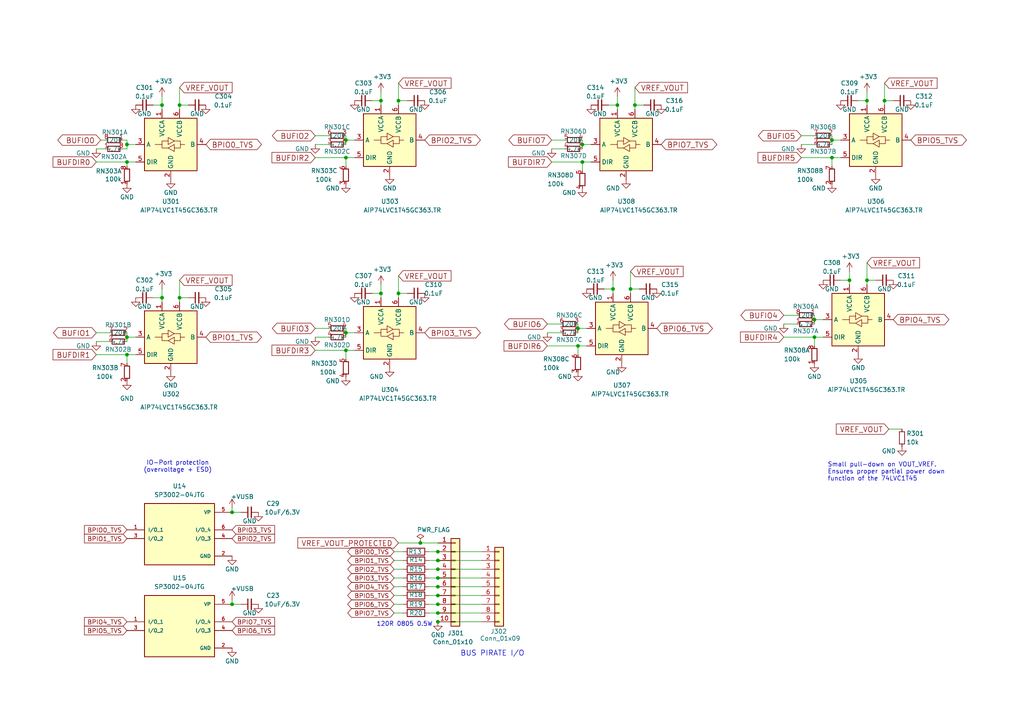
<source format=kicad_sch>
(kicad_sch (version 20250114) (generator "eeschema") (generator_version "9.0")
  (paper "A4")
  (text "120R 0805 0.5W" (at 117.348 181.102 0) (effects (font (size 1.27 1.27))))
  (text "Small pull-down on VOUT_VREF.\nEnsures proper partial power down \nfunction of the 74LVC1T45" (at 240.03 139.7 0) (effects (font (size 1.27 1.27)) (justify left bottom)))
  (text "BUS PIRATE I/O" (at 152.146 190.5 0) (effects (font (size 1.524 1.524)) (justify right bottom)))
  (text "IO-Port protection\n(overvoltage + ESD)" (at 51.562 135.382 0) (effects (font (size 1.27 1.27))))
  (junction (at 167.64 100.33))
  (junction (at 251.46 81.28))
  (junction (at 100.33 40.64))
  (junction (at 67.31 175.26))
  (junction (at 52.07 30.48))
  (junction (at 115.57 29.21))
  (junction (at 36.83 41.91))
  (junction (at 127 167.64))
  (junction (at 52.07 86.36))
  (junction (at 115.57 85.09))
  (junction (at 246.38 81.28))
  (junction (at 127 172.72))
  (junction (at 46.99 30.48))
  (junction (at 127 177.8))
  (junction (at 36.83 46.99))
  (junction (at 127 160.02))
  (junction (at 100.33 96.52))
  (junction (at 127 162.56))
  (junction (at 168.91 41.91))
  (junction (at 241.3 40.64))
  (junction (at 127 180.34))
  (junction (at 36.83 102.87))
  (junction (at 236.22 97.79))
  (junction (at 179.07 30.48))
  (junction (at 182.88 83.82))
  (junction (at 127 170.18))
  (junction (at 168.91 46.99))
  (junction (at 36.83 97.79))
  (junction (at 110.49 85.09))
  (junction (at 241.3 45.72))
  (junction (at 167.64 95.25))
  (junction (at 110.49 29.21))
  (junction (at 184.15 30.48))
  (junction (at 67.31 148.59))
  (junction (at 121.92 157.48))
  (junction (at 236.22 92.71))
  (junction (at 256.54 29.21))
  (junction (at 100.33 101.6))
  (junction (at 46.99 86.36))
  (junction (at 177.8 83.82))
  (junction (at 251.46 29.21))
  (junction (at 127 175.26))
  (junction (at 127 165.1))
  (junction (at 100.33 45.72))
  (wire (pts (xy 236.22 41.91) (xy 232.41 41.91)))
  (wire (pts (xy 110.49 30.48) (xy 110.49 29.21)))
  (wire (pts (xy 259.08 29.21) (xy 256.54 29.21)))
  (wire (pts (xy 127 177.8) (xy 139.7 177.8)))
  (wire (pts (xy 39.37 97.79) (xy 36.83 97.79)))
  (wire (pts (xy 114.3 177.8) (xy 116.84 177.8)))
  (wire (pts (xy 52.07 81.28) (xy 52.07 86.36)))
  (wire (pts (xy 139.7 160.02) (xy 127 160.02)))
  (wire (pts (xy 36.83 102.87) (xy 27.94 102.87)))
  (wire (pts (xy 241.3 45.72) (xy 241.3 48.26)))
  (wire (pts (xy 176.53 30.48) (xy 179.07 30.48)))
  (wire (pts (xy 36.83 99.06) (xy 36.83 97.79)))
  (wire (pts (xy 170.18 100.33) (xy 167.64 100.33)))
  (wire (pts (xy 236.22 92.71) (xy 236.22 91.44)))
  (wire (pts (xy 163.83 40.64) (xy 160.02 40.64)))
  (wire (pts (xy 124.46 170.18) (xy 127 170.18)))
  (wire (pts (xy 162.56 96.52) (xy 158.75 96.52)))
  (wire (pts (xy 100.33 45.72) (xy 100.33 48.26)))
  (wire (pts (xy 100.33 45.72) (xy 91.44 45.72)))
  (wire (pts (xy 238.76 97.79) (xy 236.22 97.79)))
  (wire (pts (xy 127 172.72) (xy 139.7 172.72)))
  (wire (pts (xy 69.85 175.26) (xy 67.31 175.26)))
  (wire (pts (xy 52.07 31.75) (xy 52.07 30.48)))
  (wire (pts (xy 243.84 81.28) (xy 246.38 81.28)))
  (wire (pts (xy 168.91 46.99) (xy 168.91 49.53)))
  (wire (pts (xy 110.49 29.21) (xy 110.49 26.67)))
  (wire (pts (xy 167.64 100.33) (xy 167.64 102.87)))
  (wire (pts (xy 54.61 30.48) (xy 52.07 30.48)))
  (wire (pts (xy 177.8 83.82) (xy 177.8 81.28)))
  (wire (pts (xy 46.99 31.75) (xy 46.99 30.48)))
  (wire (pts (xy 95.25 95.25) (xy 91.44 95.25)))
  (wire (pts (xy 36.83 97.79) (xy 36.83 96.52)))
  (wire (pts (xy 241.3 41.91) (xy 241.3 40.64)))
  (wire (pts (xy 168.91 46.99) (xy 160.02 46.99)))
  (wire (pts (xy 236.22 39.37) (xy 232.41 39.37)))
  (wire (pts (xy 118.11 85.09) (xy 115.57 85.09)))
  (wire (pts (xy 236.22 93.98) (xy 236.22 92.71)))
  (wire (pts (xy 171.45 46.99) (xy 168.91 46.99)))
  (wire (pts (xy 170.18 95.25) (xy 167.64 95.25)))
  (wire (pts (xy 124.46 167.64) (xy 127 167.64)))
  (wire (pts (xy 36.83 48.26) (xy 36.83 46.99)))
  (wire (pts (xy 114.3 175.26) (xy 116.84 175.26)))
  (wire (pts (xy 115.57 86.36) (xy 115.57 85.09)))
  (wire (pts (xy 175.26 83.82) (xy 177.8 83.82)))
  (wire (pts (xy 114.3 172.72) (xy 116.84 172.72)))
  (wire (pts (xy 114.3 170.18) (xy 116.84 170.18)))
  (wire (pts (xy 231.14 91.44) (xy 227.33 91.44)))
  (wire (pts (xy 67.31 147.32) (xy 67.31 148.59)))
  (wire (pts (xy 54.61 86.36) (xy 52.07 86.36)))
  (wire (pts (xy 115.57 30.48) (xy 115.57 29.21)))
  (wire (pts (xy 246.38 81.28) (xy 246.38 78.74)))
  (wire (pts (xy 115.57 80.01) (xy 115.57 85.09)))
  (wire (pts (xy 124.46 177.8) (xy 127 177.8)))
  (wire (pts (xy 179.07 30.48) (xy 179.07 27.94)))
  (wire (pts (xy 44.45 30.48) (xy 46.99 30.48)))
  (wire (pts (xy 162.56 93.98) (xy 158.75 93.98)))
  (wire (pts (xy 36.83 43.18) (xy 35.56 43.18)))
  (wire (pts (xy 243.84 40.64) (xy 241.3 40.64)))
  (wire (pts (xy 124.46 172.72) (xy 127 172.72)))
  (wire (pts (xy 100.33 101.6) (xy 91.44 101.6)))
  (wire (pts (xy 31.75 96.52) (xy 27.94 96.52)))
  (wire (pts (xy 243.84 45.72) (xy 241.3 45.72)))
  (wire (pts (xy 257.81 124.46) (xy 261.62 124.46)))
  (wire (pts (xy 102.87 40.64) (xy 100.33 40.64)))
  (wire (pts (xy 46.99 87.63) (xy 46.99 86.36)))
  (wire (pts (xy 39.37 102.87) (xy 36.83 102.87)))
  (wire (pts (xy 177.8 85.09) (xy 177.8 83.82)))
  (wire (pts (xy 118.11 29.21) (xy 115.57 29.21)))
  (wire (pts (xy 67.31 173.99) (xy 67.31 175.26)))
  (wire (pts (xy 95.25 39.37) (xy 91.44 39.37)))
  (wire (pts (xy 110.49 86.36) (xy 110.49 85.09)))
  (wire (pts (xy 171.45 41.91) (xy 168.91 41.91)))
  (wire (pts (xy 179.07 31.75) (xy 179.07 30.48)))
  (wire (pts (xy 115.57 24.13) (xy 115.57 29.21)))
  (wire (pts (xy 115.57 157.48) (xy 121.92 157.48)))
  (wire (pts (xy 231.14 93.98) (xy 227.33 93.98)))
  (wire (pts (xy 27.94 46.99) (xy 36.83 46.99)))
  (wire (pts (xy 30.48 40.64) (xy 29.21 40.64)))
  (wire (pts (xy 95.25 97.79) (xy 91.44 97.79)))
  (wire (pts (xy 114.3 167.64) (xy 116.84 167.64)))
  (wire (pts (xy 127 180.34) (xy 139.7 180.34)))
  (wire (pts (xy 168.91 41.91) (xy 168.91 40.64)))
  (wire (pts (xy 241.3 45.72) (xy 232.41 45.72)))
  (wire (pts (xy 124.46 160.02) (xy 127 160.02)))
  (wire (pts (xy 251.46 30.48) (xy 251.46 29.21)))
  (wire (pts (xy 114.3 162.56) (xy 116.84 162.56)))
  (wire (pts (xy 107.95 85.09) (xy 110.49 85.09)))
  (wire (pts (xy 100.33 41.91) (xy 100.33 40.64)))
  (wire (pts (xy 36.83 40.64) (xy 35.56 40.64)))
  (wire (pts (xy 102.87 45.72) (xy 100.33 45.72)))
  (wire (pts (xy 163.83 43.18) (xy 160.02 43.18)))
  (wire (pts (xy 127 167.64) (xy 139.7 167.64)))
  (wire (pts (xy 27.94 43.18) (xy 30.48 43.18)))
  (wire (pts (xy 100.33 40.64) (xy 100.33 39.37)))
  (wire (pts (xy 238.76 92.71) (xy 236.22 92.71)))
  (wire (pts (xy 254 81.28) (xy 251.46 81.28)))
  (wire (pts (xy 251.46 29.21) (xy 251.46 26.67)))
  (wire (pts (xy 114.3 165.1) (xy 116.84 165.1)))
  (wire (pts (xy 127 165.1) (xy 139.7 165.1)))
  (wire (pts (xy 124.46 165.1) (xy 127 165.1)))
  (wire (pts (xy 100.33 96.52) (xy 100.33 95.25)))
  (wire (pts (xy 31.75 99.06) (xy 27.94 99.06)))
  (wire (pts (xy 167.64 96.52) (xy 167.64 95.25)))
  (wire (pts (xy 168.91 43.18) (xy 168.91 41.91)))
  (wire (pts (xy 52.07 87.63) (xy 52.07 86.36)))
  (wire (pts (xy 256.54 24.13) (xy 256.54 29.21)))
  (wire (pts (xy 182.88 78.74) (xy 182.88 83.82)))
  (wire (pts (xy 185.42 83.82) (xy 182.88 83.82)))
  (wire (pts (xy 52.07 25.4) (xy 52.07 30.48)))
  (wire (pts (xy 167.64 100.33) (xy 158.75 100.33)))
  (wire (pts (xy 46.99 86.36) (xy 46.99 83.82)))
  (wire (pts (xy 36.83 102.87) (xy 36.83 105.41)))
  (wire (pts (xy 246.38 82.55) (xy 246.38 81.28)))
  (wire (pts (xy 236.22 97.79) (xy 227.33 97.79)))
  (wire (pts (xy 36.83 43.18) (xy 36.83 41.91)))
  (wire (pts (xy 236.22 97.79) (xy 236.22 100.33)))
  (wire (pts (xy 46.99 30.48) (xy 46.99 27.94)))
  (wire (pts (xy 124.46 162.56) (xy 127 162.56)))
  (wire (pts (xy 100.33 101.6) (xy 100.33 104.14)))
  (wire (pts (xy 251.46 76.2) (xy 251.46 81.28)))
  (wire (pts (xy 95.25 41.91) (xy 91.44 41.91)))
  (wire (pts (xy 102.87 96.52) (xy 100.33 96.52)))
  (wire (pts (xy 241.3 40.64) (xy 241.3 39.37)))
  (wire (pts (xy 36.83 41.91) (xy 36.83 40.64)))
  (wire (pts (xy 121.92 157.48) (xy 127 157.48)))
  (wire (pts (xy 44.45 86.36) (xy 46.99 86.36)))
  (wire (pts (xy 100.33 97.79) (xy 100.33 96.52)))
  (wire (pts (xy 114.3 160.02) (xy 116.84 160.02)))
  (wire (pts (xy 167.64 95.25) (xy 167.64 93.98)))
  (wire (pts (xy 127 170.18) (xy 139.7 170.18)))
  (wire (pts (xy 186.69 30.48) (xy 184.15 30.48)))
  (wire (pts (xy 184.15 25.4) (xy 184.15 30.48)))
  (wire (pts (xy 124.46 175.26) (xy 127 175.26)))
  (wire (pts (xy 127 175.26) (xy 139.7 175.26)))
  (wire (pts (xy 127 162.56) (xy 139.7 162.56)))
  (wire (pts (xy 107.95 29.21) (xy 110.49 29.21)))
  (wire (pts (xy 248.92 29.21) (xy 251.46 29.21)))
  (wire (pts (xy 69.85 148.59) (xy 67.31 148.59)))
  (wire (pts (xy 184.15 31.75) (xy 184.15 30.48)))
  (wire (pts (xy 102.87 101.6) (xy 100.33 101.6)))
  (wire (pts (xy 256.54 30.48) (xy 256.54 29.21)))
  (wire (pts (xy 36.83 46.99) (xy 39.37 46.99)))
  (wire (pts (xy 182.88 85.09) (xy 182.88 83.82)))
  (wire (pts (xy 39.37 41.91) (xy 36.83 41.91)))
  (wire (pts (xy 251.46 82.55) (xy 251.46 81.28)))
  (wire (pts (xy 110.49 85.09) (xy 110.49 82.55)))
  (global_label "BPIO2_TVS" (shape bidirectional) (at 123.19 40.64 0) (effects (font (size 1.524 1.524))) (property "Intersheetrefs" "${INTERSHEET_REFS}" (effects (hide yes))))
  (global_label "BPIO0_TVS" (shape bidirectional) (at 59.69 41.91 0) (effects (font (size 1.524 1.524))) (property "Intersheetrefs" "${INTERSHEET_REFS}" (effects (hide yes))))
  (global_label "BPIO7_TVS" (shape bidirectional) (at 191.77 41.91 0) (effects (font (size 1.524 1.524))) (property "Intersheetrefs" "${INTERSHEET_REFS}" (effects (hide yes))))
  (global_label "BUFDIR0" (shape input) (at 27.94 46.99 180) (effects (font (size 1.524 1.524))) (property "Intersheetrefs" "${INTERSHEET_REFS}" (effects (hide yes))))
  (global_label "BUFIO5" (shape bidirectional) (at 232.41 39.37 180) (effects (font (size 1.524 1.524))) (property "Intersheetrefs" "${INTERSHEET_REFS}" (effects (hide yes))))
  (global_label "BUFIO3" (shape bidirectional) (at 91.44 95.25 180) (effects (font (size 1.524 1.524))) (property "Intersheetrefs" "${INTERSHEET_REFS}" (effects (hide yes))))
  (global_label "VREF_VOUT_PROTECTED" (shape input) (at 115.57 157.48 180) (effects (font (size 1.524 1.524))) (property "Intersheetrefs" "${INTERSHEET_REFS}" (effects (hide yes))))
  (global_label "BUFDIR4" (shape input) (at 227.33 97.79 180) (effects (font (size 1.524 1.524))) (property "Intersheetrefs" "${INTERSHEET_REFS}" (effects (hide yes))))
  (global_label "BUFIO0" (shape bidirectional) (at 29.21 40.64 180) (effects (font (size 1.524 1.524))) (property "Intersheetrefs" "${INTERSHEET_REFS}" (effects (hide yes))))
  (global_label "BPIO7_TVS" (shape input) (at 67.31 180.34 0) (property "Intersheetrefs" "${INTERSHEET_REFS}" (effects (hide yes))))
  (global_label "VREF_VOUT" (shape input) (at 115.57 80.01 0) (effects (font (size 1.524 1.524))) (property "Intersheetrefs" "${INTERSHEET_REFS}" (effects (hide yes))))
  (global_label "BPIO3_TVS" (shape input) (at 67.31 153.67 0) (property "Intersheetrefs" "${INTERSHEET_REFS}" (effects (hide yes))))
  (global_label "BUFIO2" (shape bidirectional) (at 91.44 39.37 180) (effects (font (size 1.524 1.524))) (property "Intersheetrefs" "${INTERSHEET_REFS}" (effects (hide yes))))
  (global_label "BUFDIR3" (shape input) (at 91.44 101.6 180) (effects (font (size 1.524 1.524))) (property "Intersheetrefs" "${INTERSHEET_REFS}" (effects (hide yes))))
  (global_label "BPIO5_TVS" (shape input) (at 36.83 182.88 180) (property "Intersheetrefs" "${INTERSHEET_REFS}" (effects (hide yes))))
  (global_label "BUFIO4" (shape bidirectional) (at 227.33 91.44 180) (effects (font (size 1.524 1.524))) (property "Intersheetrefs" "${INTERSHEET_REFS}" (effects (hide yes))))
  (global_label "BPIO5_TVS" (shape bidirectional) (at 264.16 40.64 0) (effects (font (size 1.524 1.524))) (property "Intersheetrefs" "${INTERSHEET_REFS}" (effects (hide yes))))
  (global_label "BUFDIR2" (shape input) (at 91.44 45.72 180) (effects (font (size 1.524 1.524))) (property "Intersheetrefs" "${INTERSHEET_REFS}" (effects (hide yes))))
  (global_label "BPIO6_TVS" (shape input) (at 67.31 182.88 0) (property "Intersheetrefs" "${INTERSHEET_REFS}" (effects (hide yes))))
  (global_label "BPIO1_TVS" (shape bidirectional) (at 59.69 97.79 0) (effects (font (size 1.524 1.524))) (property "Intersheetrefs" "${INTERSHEET_REFS}" (effects (hide yes))))
  (global_label "BPIO1_TVS" (shape bidirectional) (at 114.3 162.56 180) (property "Intersheetrefs" "${INTERSHEET_REFS}" (effects (hide yes))))
  (global_label "VREF_VOUT" (shape input) (at 52.07 25.4 0) (effects (font (size 1.524 1.524))) (property "Intersheetrefs" "${INTERSHEET_REFS}" (effects (hide yes))))
  (global_label "BPIO4_TVS" (shape input) (at 36.83 180.34 180) (property "Intersheetrefs" "${INTERSHEET_REFS}" (effects (hide yes))))
  (global_label "VREF_VOUT" (shape input) (at 115.57 24.13 0) (effects (font (size 1.524 1.524))) (property "Intersheetrefs" "${INTERSHEET_REFS}" (effects (hide yes))))
  (global_label "BPIO4_TVS" (shape bidirectional) (at 114.3 170.18 180) (property "Intersheetrefs" "${INTERSHEET_REFS}" (effects (hide yes))))
  (global_label "BPIO4_TVS" (shape bidirectional) (at 259.08 92.71 0) (effects (font (size 1.524 1.524))) (property "Intersheetrefs" "${INTERSHEET_REFS}" (effects (hide yes))))
  (global_label "VREF_VOUT" (shape input) (at 257.81 124.46 180) (effects (font (size 1.524 1.524))) (property "Intersheetrefs" "${INTERSHEET_REFS}" (effects (hide yes))))
  (global_label "BPIO6_TVS" (shape bidirectional) (at 114.3 175.26 180) (property "Intersheetrefs" "${INTERSHEET_REFS}" (effects (hide yes))))
  (global_label "VREF_VOUT" (shape input) (at 184.15 25.4 0) (effects (font (size 1.524 1.524))) (property "Intersheetrefs" "${INTERSHEET_REFS}" (effects (hide yes))))
  (global_label "BPIO1_TVS" (shape input) (at 36.83 156.21 180) (property "Intersheetrefs" "${INTERSHEET_REFS}" (effects (hide yes))))
  (global_label "VREF_VOUT" (shape input) (at 182.88 78.74 0) (effects (font (size 1.524 1.524))) (property "Intersheetrefs" "${INTERSHEET_REFS}" (effects (hide yes))))
  (global_label "BPIO6_TVS" (shape bidirectional) (at 190.5 95.25 0) (effects (font (size 1.524 1.524))) (property "Intersheetrefs" "${INTERSHEET_REFS}" (effects (hide yes))))
  (global_label "BPIO3_TVS" (shape bidirectional) (at 123.19 96.52 0) (effects (font (size 1.524 1.524))) (property "Intersheetrefs" "${INTERSHEET_REFS}" (effects (hide yes))))
  (global_label "BUFIO1" (shape bidirectional) (at 27.94 96.52 180) (effects (font (size 1.524 1.524))) (property "Intersheetrefs" "${INTERSHEET_REFS}" (effects (hide yes))))
  (global_label "BUFDIR5" (shape input) (at 232.41 45.72 180) (effects (font (size 1.524 1.524))) (property "Intersheetrefs" "${INTERSHEET_REFS}" (effects (hide yes))))
  (global_label "VREF_VOUT" (shape input) (at 256.54 24.13 0) (effects (font (size 1.524 1.524))) (property "Intersheetrefs" "${INTERSHEET_REFS}" (effects (hide yes))))
  (global_label "BUFIO7" (shape bidirectional) (at 160.02 40.64 180) (effects (font (size 1.524 1.524))) (property "Intersheetrefs" "${INTERSHEET_REFS}" (effects (hide yes))))
  (global_label "VREF_VOUT" (shape input) (at 52.07 81.28 0) (effects (font (size 1.524 1.524))) (property "Intersheetrefs" "${INTERSHEET_REFS}" (effects (hide yes))))
  (global_label "BPIO3_TVS" (shape bidirectional) (at 114.3 167.64 180) (property "Intersheetrefs" "${INTERSHEET_REFS}" (effects (hide yes))))
  (global_label "BUFDIR1" (shape input) (at 27.94 102.87 180) (effects (font (size 1.524 1.524))) (property "Intersheetrefs" "${INTERSHEET_REFS}" (effects (hide yes))))
  (global_label "BUFDIR6" (shape input) (at 158.75 100.33 180) (effects (font (size 1.524 1.524))) (property "Intersheetrefs" "${INTERSHEET_REFS}" (effects (hide yes))))
  (global_label "VREF_VOUT" (shape input) (at 251.46 76.2 0) (effects (font (size 1.524 1.524))) (property "Intersheetrefs" "${INTERSHEET_REFS}" (effects (hide yes))))
  (global_label "BPIO7_TVS" (shape bidirectional) (at 114.3 177.8 180) (property "Intersheetrefs" "${INTERSHEET_REFS}" (effects (hide yes))))
  (global_label "BPIO2_TVS" (shape input) (at 67.31 156.21 0) (property "Intersheetrefs" "${INTERSHEET_REFS}" (effects (hide yes))))
  (global_label "BUFIO6" (shape bidirectional) (at 158.75 93.98 180) (effects (font (size 1.524 1.524))) (property "Intersheetrefs" "${INTERSHEET_REFS}" (effects (hide yes))))
  (global_label "BPIO0_TVS" (shape bidirectional) (at 114.3 160.02 180) (property "Intersheetrefs" "${INTERSHEET_REFS}" (effects (hide yes))))
  (global_label "BPIO2_TVS" (shape bidirectional) (at 114.3 165.1 180) (property "Intersheetrefs" "${INTERSHEET_REFS}" (effects (hide yes))))
  (global_label "BPIO5_TVS" (shape bidirectional) (at 114.3 172.72 180) (property "Intersheetrefs" "${INTERSHEET_REFS}" (effects (hide yes))))
  (global_label "BPIO0_TVS" (shape input) (at 36.83 153.67 180) (property "Intersheetrefs" "${INTERSHEET_REFS}" (effects (hide yes))))
  (global_label "BUFDIR7" (shape input) (at 160.02 46.99 180) (effects (font (size 1.524 1.524))) (property "Intersheetrefs" "${INTERSHEET_REFS}" (effects (hide yes))))
  (symbol (lib_id "power:+3V3") (at 46.99 27.94 0) (unit 1)
    (property "Reference" "#PWR0310" (effects (hide yes)))
    (property "Value" "+3V3" (at 47.371 23.5458 0))
  )
  (symbol (lib_id "Device:C_Small") (at 57.15 30.48 90) (unit 1)
    (property "Reference" "C304" (at 64.77 27.94 90))
    (property "Value" "0.1uF" (at 64.77 30.48 90))
    (property "Footprint" "Capacitor_SMD:C_0402_1005Metric" (effects (hide yes)))
    (property "RMB" "0.00628" (effects (hide yes)))
    (property "Supplier" "https://item.szlcsc.com/1877.html" (effects (hide yes)))
    (property "szlcsc_partnumber" "C1525" (effects (hide yes)))
    (property "szlcsc_url" "https://item.szlcsc.com/1877.html?fromZone=s_s__%25220.1uF%25200402%2522&spm=sc.gb.xh2.zy.n&lcsc_vid=RlENUlJWE1QKBlBWRAVaUFNTT1leBQZXRFNcVAVQQVAxVlNSRFRfXlBUQ1ZeVzsOAxUeFF5JWAgaAglIBBsCBBcFWQIBCks%3D" (effects (hide yes)))
  )
  (symbol (lib_id "power:GND") (at 39.37 30.48 0) (unit 1)
    (property "Reference" "#PWR0307" (effects (hide yes)))
    (property "Value" "GND" (at 41.91 33.02 0))
  )
  (symbol (lib_id "power:GND") (at 59.69 30.48 0) (unit 1)
    (property "Reference" "#PWR0316" (effects (hide yes)))
    (property "Value" "GND" (at 57.15 33.02 0))
  )
  (symbol (lib_id "power:GND") (at 49.53 52.07 0) (unit 1)
    (property "Reference" "#PWR0313" (effects (hide yes)))
    (property "Value" "GND" (at 49.53 55.88 0))
  )
  (symbol (lib_id "power:GND") (at 27.94 43.18 0) (unit 1)
    (property "Reference" "#PWR0301" (effects (hide yes)))
    (property "Value" "GND" (at 24.13 44.45 0))
  )
  (symbol (lib_id "power:GND") (at 36.83 53.34 0) (unit 1)
    (property "Reference" "#PWR0304" (effects (hide yes)))
    (property "Value" "GND" (at 36.83 57.15 0))
  )
  (symbol (lib_id "Device:C_Small") (at 41.91 86.36 90) (unit 1)
    (property "Reference" "C302" (at 41.91 81.28 90))
    (property "Value" "0.1uF" (at 41.91 83.82 90))
    (property "Footprint" "Capacitor_SMD:C_0402_1005Metric" (effects (hide yes)))
    (property "RMB" "0.00628" (effects (hide yes)))
    (property "Supplier" "https://item.szlcsc.com/1877.html" (effects (hide yes)))
    (property "szlcsc_partnumber" "C1525" (effects (hide yes)))
    (property "szlcsc_url" "https://item.szlcsc.com/1877.html?fromZone=s_s__%25220.1uF%25200402%2522&spm=sc.gb.xh2.zy.n&lcsc_vid=RlENUlJWE1QKBlBWRAVaUFNTT1leBQZXRFNcVAVQQVAxVlNSRFRfXlBUQ1ZeVzsOAxUeFF5JWAgaAglIBBsCBBcFWQIBCks%3D" (effects (hide yes)))
  )
  (symbol (lib_id "Logic_LevelTranslator:SN74LVC1T45DCK") (at 49.53 97.79 0) (unit 1)
    (property "Reference" "U302" (at 46.99 114.3 0) (effects (justify left)))
    (property "Value" "AiP74LVC1T45GC363.TR" (at 40.64 118.11 0) (effects (justify left)))
    (property "Footprint" "Package_TO_SOT_SMD:SOT-363_SC-70-6" (effects (hide yes)))
    (property "Datasheet" "http://www.ti.com/lit/ds/symlink/sn74lvc1t45.pdf" (effects (hide yes)))
    (property "RMB" "1.33" (effects (hide yes)))
    (property "Supplier" "https://item.szlcsc.com/9911.html" (effects (hide yes)))
    (property "szlcsc_partnumber" "C5162250" (effects (hide yes)))
    (property "szlcsc_url" "https://item.szlcsc.com/5810901.html?fromZone=s_s__%2522AiP74LVC1T45GC363.TR%2522&spm=sc.gb.xh1.zy.n___sc.gb.hd.ss&lcsc_vid=RlENUlJWE1QKBlBWRAVaUFNTT1leBQZXRFNcVAVQQVAxVlNSRFRcV1ZTQFNZVDsOAxUeFF5JWAgaAglIBBsCBBcFWQIBCks%3D" (effects (hide yes)))
  )
  (symbol (lib_id "power:+3V3") (at 46.99 83.82 0) (unit 1)
    (property "Reference" "#PWR0311" (effects (hide yes)))
    (property "Value" "+3V3" (at 47.371 79.4258 0))
  )
  (symbol (lib_id "Device:C_Small") (at 57.15 86.36 90) (unit 1)
    (property "Reference" "C305" (at 64.77 83.82 90))
    (property "Value" "0.1uF" (at 64.77 86.36 90))
    (property "Footprint" "Capacitor_SMD:C_0402_1005Metric" (effects (hide yes)))
    (property "RMB" "0.00628" (effects (hide yes)))
    (property "Supplier" "https://item.szlcsc.com/1877.html" (effects (hide yes)))
    (property "szlcsc_partnumber" "C1525" (effects (hide yes)))
    (property "szlcsc_url" "https://item.szlcsc.com/1877.html?fromZone=s_s__%25220.1uF%25200402%2522&spm=sc.gb.xh2.zy.n&lcsc_vid=RlENUlJWE1QKBlBWRAVaUFNTT1leBQZXRFNcVAVQQVAxVlNSRFRfXlBUQ1ZeVzsOAxUeFF5JWAgaAglIBBsCBBcFWQIBCks%3D" (effects (hide yes)))
  )
  (symbol (lib_id "power:GND") (at 39.37 86.36 0) (unit 1)
    (property "Reference" "#PWR0308" (effects (hide yes)))
    (property "Value" "GND" (at 41.91 88.9 0))
  )
  (symbol (lib_id "power:GND") (at 59.69 86.36 0) (unit 1)
    (property "Reference" "#PWR0318" (effects (hide yes)))
    (property "Value" "GND" (at 57.15 88.9 0))
  )
  (symbol (lib_id "power:GND") (at 49.53 107.95 0) (unit 1)
    (property "Reference" "#PWR0314" (effects (hide yes)))
    (property "Value" "GND" (at 49.53 111.76 0))
  )
  (symbol (lib_id "power:GND") (at 27.94 99.06 0) (unit 1)
    (property "Reference" "#PWR0302" (effects (hide yes)))
    (property "Value" "GND" (at 24.13 100.33 0))
  )
  (symbol (lib_id "power:GND") (at 36.83 110.49 0) (unit 1)
    (property "Reference" "#PWR0305" (effects (hide yes)))
    (property "Value" "GND" (at 36.83 115.57 0))
  )
  (symbol (lib_id "Device:C_Small") (at 105.41 29.21 90) (unit 1)
    (property "Reference" "C303" (at 105.41 24.13 90))
    (property "Value" "0.1uF" (at 105.41 26.67 90))
    (property "Footprint" "Capacitor_SMD:C_0402_1005Metric" (effects (hide yes)))
    (property "RMB" "0.00628" (effects (hide yes)))
    (property "Supplier" "https://item.szlcsc.com/1877.html" (effects (hide yes)))
    (property "szlcsc_partnumber" "C1525" (effects (hide yes)))
    (property "szlcsc_url" "https://item.szlcsc.com/1877.html?fromZone=s_s__%25220.1uF%25200402%2522&spm=sc.gb.xh2.zy.n&lcsc_vid=RlENUlJWE1QKBlBWRAVaUFNTT1leBQZXRFNcVAVQQVAxVlNSRFRfXlBUQ1ZeVzsOAxUeFF5JWAgaAglIBBsCBBcFWQIBCks%3D" (effects (hide yes)))
  )
  (symbol (lib_id "Logic_LevelTranslator:SN74LVC1T45DCK") (at 113.03 40.64 0) (unit 1)
    (property "Reference" "U303" (at 110.49 58.42 0) (effects (justify left)))
    (property "Value" "AiP74LVC1T45GC363.TR" (at 105.41 60.96 0) (effects (justify left)))
    (property "Footprint" "Package_TO_SOT_SMD:SOT-363_SC-70-6" (effects (hide yes)))
    (property "Datasheet" "http://www.ti.com/lit/ds/symlink/sn74lvc1t45.pdf" (effects (hide yes)))
    (property "RMB" "1.33" (effects (hide yes)))
    (property "Supplier" "https://item.szlcsc.com/9911.html" (effects (hide yes)))
    (property "szlcsc_partnumber" "C5162250" (effects (hide yes)))
    (property "szlcsc_url" "https://item.szlcsc.com/5810901.html?fromZone=s_s__%2522AiP74LVC1T45GC363.TR%2522&spm=sc.gb.xh1.zy.n___sc.gb.hd.ss&lcsc_vid=RlENUlJWE1QKBlBWRAVaUFNTT1leBQZXRFNcVAVQQVAxVlNSRFRcV1ZTQFNZVDsOAxUeFF5JWAgaAglIBBsCBBcFWQIBCks%3D" (effects (hide yes)))
  )
  (symbol (lib_id "power:+3V3") (at 110.49 26.67 0) (unit 1)
    (property "Reference" "#PWR0312" (effects (hide yes)))
    (property "Value" "+3V3" (at 110.871 22.2758 0))
  )
  (symbol (lib_id "Device:C_Small") (at 120.65 29.21 90) (unit 1)
    (property "Reference" "C306" (at 127 26.67 90))
    (property "Value" "0.1uF" (at 127 29.21 90))
    (property "Footprint" "Capacitor_SMD:C_0402_1005Metric" (effects (hide yes)))
    (property "RMB" "0.00628" (effects (hide yes)))
    (property "Supplier" "https://item.szlcsc.com/1877.html" (effects (hide yes)))
    (property "szlcsc_partnumber" "C1525" (effects (hide yes)))
    (property "szlcsc_url" "https://item.szlcsc.com/1877.html?fromZone=s_s__%25220.1uF%25200402%2522&spm=sc.gb.xh2.zy.n&lcsc_vid=RlENUlJWE1QKBlBWRAVaUFNTT1leBQZXRFNcVAVQQVAxVlNSRFRfXlBUQ1ZeVzsOAxUeFF5JWAgaAglIBBsCBBcFWQIBCks%3D" (effects (hide yes)))
  )
  (symbol (lib_id "power:GND") (at 102.87 29.21 0) (unit 1)
    (property "Reference" "#PWR0309" (effects (hide yes)))
    (property "Value" "GND" (at 105.41 31.75 0))
  )
  (symbol (lib_id "power:GND") (at 123.19 29.21 0) (unit 1)
    (property "Reference" "#PWR0320" (effects (hide yes)))
    (property "Value" "GND" (at 120.65 31.75 0))
  )
  (symbol (lib_id "power:GND") (at 113.03 50.8 0) (unit 1)
    (property "Reference" "#PWR0315" (effects (hide yes)))
    (property "Value" "GND" (at 113.03 54.61 0))
  )
  (symbol (lib_id "power:GND") (at 91.44 41.91 0) (unit 1)
    (property "Reference" "#PWR0303" (effects (hide yes)))
    (property "Value" "GND" (at 87.63 43.18 0))
  )
  (symbol (lib_id "power:GND") (at 100.33 53.34 0) (unit 1)
    (property "Reference" "#PWR0306" (effects (hide yes)))
    (property "Value" "GND" (at 96.52 54.61 0))
  )
  (symbol (lib_id "Device:C_Small") (at 105.41 85.09 90) (unit 1)
    (property "Reference" "C307" (at 105.41 80.01 90))
    (property "Value" "0.1uF" (at 105.41 82.55 90))
    (property "Footprint" "Capacitor_SMD:C_0402_1005Metric" (effects (hide yes)))
    (property "RMB" "0.00628" (effects (hide yes)))
    (property "Supplier" "https://item.szlcsc.com/1877.html" (effects (hide yes)))
    (property "szlcsc_partnumber" "C1525" (effects (hide yes)))
    (property "szlcsc_url" "https://item.szlcsc.com/1877.html?fromZone=s_s__%25220.1uF%25200402%2522&spm=sc.gb.xh2.zy.n&lcsc_vid=RlENUlJWE1QKBlBWRAVaUFNTT1leBQZXRFNcVAVQQVAxVlNSRFRfXlBUQ1ZeVzsOAxUeFF5JWAgaAglIBBsCBBcFWQIBCks%3D" (effects (hide yes)))
  )
  (symbol (lib_id "Logic_LevelTranslator:SN74LVC1T45DCK") (at 113.03 96.52 0) (unit 1)
    (property "Reference" "U304" (at 110.49 113.03 0) (effects (justify left)))
    (property "Value" "AiP74LVC1T45GC363.TR" (at 104.14 115.57 0) (effects (justify left)))
    (property "Footprint" "Package_TO_SOT_SMD:SOT-363_SC-70-6" (effects (hide yes)))
    (property "Datasheet" "http://www.ti.com/lit/ds/symlink/sn74lvc1t45.pdf" (effects (hide yes)))
    (property "RMB" "1.33" (effects (hide yes)))
    (property "Supplier" "https://item.szlcsc.com/9911.html" (effects (hide yes)))
    (property "szlcsc_partnumber" "C5162250" (effects (hide yes)))
    (property "szlcsc_url" "https://item.szlcsc.com/5810901.html?fromZone=s_s__%2522AiP74LVC1T45GC363.TR%2522&spm=sc.gb.xh1.zy.n___sc.gb.hd.ss&lcsc_vid=RlENUlJWE1QKBlBWRAVaUFNTT1leBQZXRFNcVAVQQVAxVlNSRFRcV1ZTQFNZVDsOAxUeFF5JWAgaAglIBBsCBBcFWQIBCks%3D" (effects (hide yes)))
  )
  (symbol (lib_id "power:+3V3") (at 110.49 82.55 0) (unit 1)
    (property "Reference" "#PWR0331" (effects (hide yes)))
    (property "Value" "+3V3" (at 110.871 78.1558 0))
  )
  (symbol (lib_id "Device:C_Small") (at 120.65 85.09 90) (unit 1)
    (property "Reference" "C310" (at 125.73 82.55 90))
    (property "Value" "0.1uF" (at 125.73 85.09 90))
    (property "Footprint" "Capacitor_SMD:C_0402_1005Metric" (effects (hide yes)))
    (property "RMB" "0.00628" (effects (hide yes)))
    (property "Supplier" "https://item.szlcsc.com/1877.html" (effects (hide yes)))
    (property "szlcsc_partnumber" "C1525" (effects (hide yes)))
    (property "szlcsc_url" "https://item.szlcsc.com/1877.html?fromZone=s_s__%25220.1uF%25200402%2522&spm=sc.gb.xh2.zy.n&lcsc_vid=RlENUlJWE1QKBlBWRAVaUFNTT1leBQZXRFNcVAVQQVAxVlNSRFRfXlBUQ1ZeVzsOAxUeFF5JWAgaAglIBBsCBBcFWQIBCks%3D" (effects (hide yes)))
  )
  (symbol (lib_id "power:GND") (at 102.87 85.09 0) (unit 1)
    (property "Reference" "#PWR0327" (effects (hide yes)))
    (property "Value" "GND" (at 105.41 87.63 0))
  )
  (symbol (lib_id "power:GND") (at 123.19 85.09 0) (unit 1)
    (property "Reference" "#PWR0337" (effects (hide yes)))
    (property "Value" "GND" (at 120.65 87.63 0))
  )
  (symbol (lib_id "power:GND") (at 113.03 106.68 0) (unit 1)
    (property "Reference" "#PWR0333" (effects (hide yes)))
    (property "Value" "GND" (at 109.22 109.22 0))
  )
  (symbol (lib_id "power:GND") (at 91.44 97.79 0) (unit 1)
    (property "Reference" "#PWR0322" (effects (hide yes)))
    (property "Value" "GND" (at 87.63 99.06 0))
  )
  (symbol (lib_id "power:GND") (at 100.33 109.22 0) (unit 1)
    (property "Reference" "#PWR0325" (effects (hide yes)))
    (property "Value" "GND" (at 96.52 110.49 0))
  )
  (symbol (lib_id "Device:C_Small") (at 241.3 81.28 90) (unit 1)
    (property "Reference" "C308" (at 241.3 76.2 90))
    (property "Value" "0.1uF" (at 241.3 78.74 90))
    (property "Footprint" "Capacitor_SMD:C_0402_1005Metric" (effects (hide yes)))
    (property "RMB" "0.00628" (effects (hide yes)))
    (property "Supplier" "https://item.szlcsc.com/1877.html" (effects (hide yes)))
    (property "szlcsc_partnumber" "C1525" (effects (hide yes)))
    (property "szlcsc_url" "https://item.szlcsc.com/1877.html?fromZone=s_s__%25220.1uF%25200402%2522&spm=sc.gb.xh2.zy.n&lcsc_vid=RlENUlJWE1QKBlBWRAVaUFNTT1leBQZXRFNcVAVQQVAxVlNSRFRfXlBUQ1ZeVzsOAxUeFF5JWAgaAglIBBsCBBcFWQIBCks%3D" (effects (hide yes)))
  )
  (symbol (lib_id "Logic_LevelTranslator:SN74LVC1T45DCK") (at 248.92 92.71 0) (unit 1)
    (property "Reference" "U305" (at 246.38 110.49 0) (effects (justify left)))
    (property "Value" "AiP74LVC1T45GC363.TR" (at 240.03 113.03 0) (effects (justify left)))
    (property "Footprint" "Package_TO_SOT_SMD:SOT-363_SC-70-6" (effects (hide yes)))
    (property "Datasheet" "http://www.ti.com/lit/ds/symlink/sn74lvc1t45.pdf" (effects (hide yes)))
    (property "RMB" "1.33" (effects (hide yes)))
    (property "Supplier" "https://item.szlcsc.com/9911.html" (effects (hide yes)))
    (property "szlcsc_partnumber" "C5162250" (effects (hide yes)))
    (property "szlcsc_url" "https://item.szlcsc.com/5810901.html?fromZone=s_s__%2522AiP74LVC1T45GC363.TR%2522&spm=sc.gb.xh1.zy.n___sc.gb.hd.ss&lcsc_vid=RlENUlJWE1QKBlBWRAVaUFNTT1leBQZXRFNcVAVQQVAxVlNSRFRcV1ZTQFNZVDsOAxUeFF5JWAgaAglIBBsCBBcFWQIBCks%3D" (effects (hide yes)))
  )
  (symbol (lib_id "power:+3V3") (at 246.38 78.74 0) (unit 1)
    (property "Reference" "#PWR0332" (effects (hide yes)))
    (property "Value" "+3V3" (at 246.761 74.3458 0))
  )
  (symbol (lib_id "Device:C_Small") (at 256.54 81.28 90) (unit 1)
    (property "Reference" "C311" (at 262.89 80.01 90))
    (property "Value" "0.1uF" (at 262.89 82.55 90))
    (property "Footprint" "Capacitor_SMD:C_0402_1005Metric" (effects (hide yes)))
    (property "RMB" "0.00628" (effects (hide yes)))
    (property "Supplier" "https://item.szlcsc.com/1877.html" (effects (hide yes)))
    (property "szlcsc_partnumber" "C1525" (effects (hide yes)))
    (property "szlcsc_url" "https://item.szlcsc.com/1877.html?fromZone=s_s__%25220.1uF%25200402%2522&spm=sc.gb.xh2.zy.n&lcsc_vid=RlENUlJWE1QKBlBWRAVaUFNTT1leBQZXRFNcVAVQQVAxVlNSRFRfXlBUQ1ZeVzsOAxUeFF5JWAgaAglIBBsCBBcFWQIBCks%3D" (effects (hide yes)))
  )
  (symbol (lib_id "power:GND") (at 238.76 81.28 0) (unit 1)
    (property "Reference" "#PWR0329" (effects (hide yes)))
    (property "Value" "GND" (at 241.3 83.82 0))
  )
  (symbol (lib_id "power:GND") (at 259.08 81.28 0) (unit 1)
    (property "Reference" "#PWR0339" (effects (hide yes)))
    (property "Value" "GND" (at 256.54 83.82 0))
  )
  (symbol (lib_id "power:GND") (at 248.92 102.87 0) (unit 1)
    (property "Reference" "#PWR0335" (effects (hide yes)))
    (property "Value" "GND" (at 248.92 106.68 0))
  )
  (symbol (lib_id "power:GND") (at 227.33 93.98 0) (unit 1)
    (property "Reference" "#PWR0323" (effects (hide yes)))
    (property "Value" "GND" (at 223.52 95.25 0))
  )
  (symbol (lib_id "power:GND") (at 236.22 105.41 0) (unit 1)
    (property "Reference" "#PWR0326" (effects (hide yes)))
    (property "Value" "GND" (at 236.22 109.22 0))
  )
  (symbol (lib_id "Device:C_Small") (at 246.38 29.21 90) (unit 1)
    (property "Reference" "C309" (at 246.38 24.13 90))
    (property "Value" "0.1uF" (at 246.38 26.67 90))
    (property "Footprint" "Capacitor_SMD:C_0402_1005Metric" (effects (hide yes)))
    (property "RMB" "0.00628" (effects (hide yes)))
    (property "Supplier" "https://item.szlcsc.com/1877.html" (effects (hide yes)))
    (property "szlcsc_partnumber" "C1525" (effects (hide yes)))
    (property "szlcsc_url" "https://item.szlcsc.com/1877.html?fromZone=s_s__%25220.1uF%25200402%2522&spm=sc.gb.xh2.zy.n&lcsc_vid=RlENUlJWE1QKBlBWRAVaUFNTT1leBQZXRFNcVAVQQVAxVlNSRFRfXlBUQ1ZeVzsOAxUeFF5JWAgaAglIBBsCBBcFWQIBCks%3D" (effects (hide yes)))
  )
  (symbol (lib_id "Logic_LevelTranslator:SN74LVC1T45DCK") (at 254 40.64 0) (unit 1)
    (property "Reference" "U306" (at 251.46 58.42 0) (effects (justify left)))
    (property "Value" "AiP74LVC1T45GC363.TR" (at 245.11 60.96 0) (effects (justify left)))
    (property "Footprint" "Package_TO_SOT_SMD:SOT-363_SC-70-6" (effects (hide yes)))
    (property "Datasheet" "http://www.ti.com/lit/ds/symlink/sn74lvc1t45.pdf" (effects (hide yes)))
    (property "RMB" "1.33" (effects (hide yes)))
    (property "Supplier" "https://item.szlcsc.com/9911.html" (effects (hide yes)))
    (property "szlcsc_partnumber" "C5162250" (effects (hide yes)))
    (property "szlcsc_url" "https://item.szlcsc.com/5810901.html?fromZone=s_s__%2522AiP74LVC1T45GC363.TR%2522&spm=sc.gb.xh1.zy.n___sc.gb.hd.ss&lcsc_vid=RlENUlJWE1QKBlBWRAVaUFNTT1leBQZXRFNcVAVQQVAxVlNSRFRcV1ZTQFNZVDsOAxUeFF5JWAgaAglIBBsCBBcFWQIBCks%3D" (effects (hide yes)))
  )
  (symbol (lib_id "power:+3V3") (at 251.46 26.67 0) (unit 1)
    (property "Reference" "#PWR0334" (effects (hide yes)))
    (property "Value" "+3V3" (at 251.841 22.2758 0))
  )
  (symbol (lib_id "Device:C_Small") (at 261.62 29.21 90) (unit 1)
    (property "Reference" "C312" (at 267.97 27.94 90))
    (property "Value" "0.1uF" (at 267.97 30.48 90))
    (property "Footprint" "Capacitor_SMD:C_0402_1005Metric" (effects (hide yes)))
    (property "RMB" "0.00628" (effects (hide yes)))
    (property "Supplier" "https://item.szlcsc.com/1877.html" (effects (hide yes)))
    (property "szlcsc_partnumber" "C1525" (effects (hide yes)))
    (property "szlcsc_url" "https://item.szlcsc.com/1877.html?fromZone=s_s__%25220.1uF%25200402%2522&spm=sc.gb.xh2.zy.n&lcsc_vid=RlENUlJWE1QKBlBWRAVaUFNTT1leBQZXRFNcVAVQQVAxVlNSRFRfXlBUQ1ZeVzsOAxUeFF5JWAgaAglIBBsCBBcFWQIBCks%3D" (effects (hide yes)))
  )
  (symbol (lib_id "power:GND") (at 243.84 29.21 0) (unit 1)
    (property "Reference" "#PWR0330" (effects (hide yes)))
    (property "Value" "GND" (at 246.38 31.75 0))
  )
  (symbol (lib_id "power:GND") (at 264.16 29.21 0) (unit 1)
    (property "Reference" "#PWR0341" (effects (hide yes)))
    (property "Value" "GND" (at 261.62 31.75 0))
  )
  (symbol (lib_id "power:GND") (at 254 50.8 0) (unit 1)
    (property "Reference" "#PWR0336" (effects (hide yes)))
    (property "Value" "GND" (at 254 54.61 0))
  )
  (symbol (lib_id "power:GND") (at 232.41 41.91 0) (unit 1)
    (property "Reference" "#PWR0324" (effects (hide yes)))
    (property "Value" "GND" (at 228.6 43.18 0))
  )
  (symbol (lib_id "power:GND") (at 241.3 53.34 0) (unit 1)
    (property "Reference" "#PWR0328" (effects (hide yes)))
    (property "Value" "GND" (at 237.49 54.61 0))
  )
  (symbol (lib_id "Device:C_Small") (at 172.72 83.82 90) (unit 1)
    (property "Reference" "C313" (at 172.72 78.74 90))
    (property "Value" "0.1uF" (at 172.72 81.28 90))
    (property "Footprint" "Capacitor_SMD:C_0402_1005Metric" (effects (hide yes)))
    (property "RMB" "0.00628" (effects (hide yes)))
    (property "Supplier" "https://item.szlcsc.com/1877.html" (effects (hide yes)))
    (property "szlcsc_partnumber" "C1525" (effects (hide yes)))
    (property "szlcsc_url" "https://item.szlcsc.com/1877.html?fromZone=s_s__%25220.1uF%25200402%2522&spm=sc.gb.xh2.zy.n&lcsc_vid=RlENUlJWE1QKBlBWRAVaUFNTT1leBQZXRFNcVAVQQVAxVlNSRFRfXlBUQ1ZeVzsOAxUeFF5JWAgaAglIBBsCBBcFWQIBCks%3D" (effects (hide yes)))
  )
  (symbol (lib_id "Logic_LevelTranslator:SN74LVC1T45DCK") (at 180.34 95.25 0) (unit 1)
    (property "Reference" "U307" (at 177.8 111.76 0) (effects (justify left)))
    (property "Value" "AiP74LVC1T45GC363.TR" (at 171.45 114.3 0) (effects (justify left)))
    (property "Footprint" "Package_TO_SOT_SMD:SOT-363_SC-70-6" (effects (hide yes)))
    (property "Datasheet" "http://www.ti.com/lit/ds/symlink/sn74lvc1t45.pdf" (effects (hide yes)))
    (property "RMB" "1.33" (effects (hide yes)))
    (property "Supplier" "https://item.szlcsc.com/9911.html" (effects (hide yes)))
    (property "szlcsc_partnumber" "C5162250" (effects (hide yes)))
    (property "szlcsc_url" "https://item.szlcsc.com/5810901.html?fromZone=s_s__%2522AiP74LVC1T45GC363.TR%2522&spm=sc.gb.xh1.zy.n___sc.gb.hd.ss&lcsc_vid=RlENUlJWE1QKBlBWRAVaUFNTT1leBQZXRFNcVAVQQVAxVlNSRFRcV1ZTQFNZVDsOAxUeFF5JWAgaAglIBBsCBBcFWQIBCks%3D" (effects (hide yes)))
  )
  (symbol (lib_id "power:+3V3") (at 177.8 81.28 0) (unit 1)
    (property "Reference" "#PWR0349" (effects (hide yes)))
    (property "Value" "+3V3" (at 178.181 76.8858 0))
  )
  (symbol (lib_id "Device:C_Small") (at 187.96 83.82 90) (unit 1)
    (property "Reference" "C315" (at 194.31 82.55 90))
    (property "Value" "0.1uF" (at 194.31 85.09 90))
    (property "Footprint" "Capacitor_SMD:C_0402_1005Metric" (effects (hide yes)))
    (property "RMB" "0.00628" (effects (hide yes)))
    (property "Supplier" "https://item.szlcsc.com/1877.html" (effects (hide yes)))
    (property "szlcsc_partnumber" "C1525" (effects (hide yes)))
    (property "szlcsc_url" "https://item.szlcsc.com/1877.html?fromZone=s_s__%25220.1uF%25200402%2522&spm=sc.gb.xh2.zy.n&lcsc_vid=RlENUlJWE1QKBlBWRAVaUFNTT1leBQZXRFNcVAVQQVAxVlNSRFRfXlBUQ1ZeVzsOAxUeFF5JWAgaAglIBBsCBBcFWQIBCks%3D" (effects (hide yes)))
  )
  (symbol (lib_id "power:GND") (at 170.18 83.82 0) (unit 1)
    (property "Reference" "#PWR0347" (effects (hide yes)))
    (property "Value" "GND" (at 172.72 86.36 0))
  )
  (symbol (lib_id "power:GND") (at 190.5 83.82 0) (unit 1)
    (property "Reference" "#PWR0354" (effects (hide yes)))
    (property "Value" "GND" (at 187.96 86.36 0))
  )
  (symbol (lib_id "power:GND") (at 180.34 105.41 0) (unit 1)
    (property "Reference" "#PWR0351" (effects (hide yes)))
    (property "Value" "GND" (at 177.8 107.95 0))
  )
  (symbol (lib_id "power:GND") (at 158.75 96.52 0) (unit 1)
    (property "Reference" "#PWR0343" (effects (hide yes)))
    (property "Value" "GND" (at 154.94 97.79 0))
  )
  (symbol (lib_id "power:GND") (at 167.64 107.95 0) (unit 1)
    (property "Reference" "#PWR0345" (effects (hide yes)))
    (property "Value" "GND" (at 163.83 109.22 0))
  )
  (symbol (lib_id "Device:C_Small") (at 173.99 30.48 90) (unit 1)
    (property "Reference" "C314" (at 172.72 25.4 90))
    (property "Value" "0.1uF" (at 172.72 27.94 90))
    (property "Footprint" "Capacitor_SMD:C_0402_1005Metric" (effects (hide yes)))
    (property "RMB" "0.00628" (effects (hide yes)))
    (property "Supplier" "https://item.szlcsc.com/1877.html" (effects (hide yes)))
    (property "szlcsc_partnumber" "C1525" (effects (hide yes)))
    (property "szlcsc_url" "https://item.szlcsc.com/1877.html?fromZone=s_s__%25220.1uF%25200402%2522&spm=sc.gb.xh2.zy.n&lcsc_vid=RlENUlJWE1QKBlBWRAVaUFNTT1leBQZXRFNcVAVQQVAxVlNSRFRfXlBUQ1ZeVzsOAxUeFF5JWAgaAglIBBsCBBcFWQIBCks%3D" (effects (hide yes)))
  )
  (symbol (lib_id "Logic_LevelTranslator:SN74LVC1T45DCK") (at 181.61 41.91 0) (unit 1)
    (property "Reference" "U308" (at 179.07 58.42 0) (effects (justify left)))
    (property "Value" "AiP74LVC1T45GC363.TR" (at 173.99 60.96 0) (effects (justify left)))
    (property "Footprint" "Package_TO_SOT_SMD:SOT-363_SC-70-6" (effects (hide yes)))
    (property "Datasheet" "http://www.ti.com/lit/ds/symlink/sn74lvc1t45.pdf" (effects (hide yes)))
    (property "RMB" "1.33" (effects (hide yes)))
    (property "Supplier" "https://item.szlcsc.com/9911.html" (effects (hide yes)))
    (property "szlcsc_partnumber" "C5162250" (effects (hide yes)))
    (property "szlcsc_url" "https://item.szlcsc.com/5810901.html?fromZone=s_s__%2522AiP74LVC1T45GC363.TR%2522&spm=sc.gb.xh1.zy.n___sc.gb.hd.ss&lcsc_vid=RlENUlJWE1QKBlBWRAVaUFNTT1leBQZXRFNcVAVQQVAxVlNSRFRcV1ZTQFNZVDsOAxUeFF5JWAgaAglIBBsCBBcFWQIBCks%3D" (effects (hide yes)))
  )
  (symbol (lib_id "power:+3V3") (at 179.07 27.94 0) (unit 1)
    (property "Reference" "#PWR0350" (effects (hide yes)))
    (property "Value" "+3V3" (at 179.451 23.5458 0))
  )
  (symbol (lib_id "Device:C_Small") (at 189.23 30.48 90) (unit 1)
    (property "Reference" "C316" (at 195.58 29.21 90))
    (property "Value" "0.1uF" (at 195.58 31.75 90))
    (property "Footprint" "Capacitor_SMD:C_0402_1005Metric" (effects (hide yes)))
    (property "RMB" "0.00628" (effects (hide yes)))
    (property "Supplier" "https://item.szlcsc.com/1877.html" (effects (hide yes)))
    (property "szlcsc_partnumber" "C1525" (effects (hide yes)))
    (property "szlcsc_url" "https://item.szlcsc.com/1877.html?fromZone=s_s__%25220.1uF%25200402%2522&spm=sc.gb.xh2.zy.n&lcsc_vid=RlENUlJWE1QKBlBWRAVaUFNTT1leBQZXRFNcVAVQQVAxVlNSRFRfXlBUQ1ZeVzsOAxUeFF5JWAgaAglIBBsCBBcFWQIBCks%3D" (effects (hide yes)))
  )
  (symbol (lib_id "power:GND") (at 171.45 30.48 0) (unit 1)
    (property "Reference" "#PWR0348" (effects (hide yes)))
    (property "Value" "GND" (at 173.99 33.02 0))
  )
  (symbol (lib_id "power:GND") (at 191.77 30.48 0) (unit 1)
    (property "Reference" "#PWR0356" (effects (hide yes)))
    (property "Value" "GND" (at 189.23 33.02 0))
  )
  (symbol (lib_id "power:GND") (at 181.61 52.07 0) (unit 1)
    (property "Reference" "#PWR0352" (effects (hide yes)))
    (property "Value" "GND" (at 177.8 54.61 0))
  )
  (symbol (lib_id "power:GND") (at 160.02 43.18 0) (unit 1)
    (property "Reference" "#PWR0344" (effects (hide yes)))
    (property "Value" "GND" (at 156.21 44.45 0))
  )
  (symbol (lib_id "power:GND") (at 168.91 54.61 0) (unit 1)
    (property "Reference" "#PWR0346" (effects (hide yes)))
    (property "Value" "GND" (at 165.1 55.88 0))
  )
  (symbol (lib_id "Device:C_Small") (at 41.91 30.48 90) (unit 1)
    (property "Reference" "C301" (at 41.91 25.4 90))
    (property "Value" "0.1uF" (at 41.91 27.94 90))
    (property "Footprint" "Capacitor_SMD:C_0402_1005Metric" (effects (hide yes)))
    (property "RMB" "0.00628" (effects (hide yes)))
    (property "Supplier" "https://item.szlcsc.com/1877.html" (effects (hide yes)))
    (property "szlcsc_partnumber" "C1525" (effects (hide yes)))
    (property "szlcsc_url" "https://item.szlcsc.com/1877.html?fromZone=s_s__%25220.1uF%25200402%2522&spm=sc.gb.xh2.zy.n&lcsc_vid=RlENUlJWE1QKBlBWRAVaUFNTT1leBQZXRFNcVAVQQVAxVlNSRFRfXlBUQ1ZeVzsOAxUeFF5JWAgaAglIBBsCBBcFWQIBCks%3D" (effects (hide yes)))
  )
  (symbol (lib_id "Logic_LevelTranslator:SN74LVC1T45DCK") (at 49.53 41.91 0) (unit 1)
    (property "Reference" "U301" (at 46.99 58.42 0) (effects (justify left)))
    (property "Value" "AiP74LVC1T45GC363.TR" (at 40.64 60.96 0) (effects (justify left)))
    (property "Footprint" "Package_TO_SOT_SMD:SOT-363_SC-70-6" (effects (hide yes)))
    (property "Datasheet" "http://www.ti.com/lit/ds/symlink/sn74lvc1t45.pdf" (effects (hide yes)))
    (property "RMB" "1.33" (effects (hide yes)))
    (property "Supplier" "https://item.szlcsc.com/9911.html" (effects (hide yes)))
    (property "szlcsc_partnumber" "C5162250" (effects (hide yes)))
    (property "szlcsc_url" "https://item.szlcsc.com/5810901.html?fromZone=s_s__%2522AiP74LVC1T45GC363.TR%2522&spm=sc.gb.xh1.zy.n___sc.gb.hd.ss&lcsc_vid=RlENUlJWE1QKBlBWRAVaUFNTT1leBQZXRFNcVAVQQVAxVlNSRFRcV1ZTQFNZVDsOAxUeFF5JWAgaAglIBBsCBBcFWQIBCks%3D" (effects (hide yes)))
  )
  (symbol (lib_id "Connector_Generic:Conn_01x10") (at 132.08 167.64 0) (unit 1)
    (property "Reference" "J301" (at 129.794 183.642 0) (effects (justify left)))
    (property "Value" "Conn_01x10" (at 125.476 186.182 0) (effects (justify left)))
    (property "Footprint" "Connector_PinHeader_2.54mm:PinHeader_1x10_P2.54mm_Vertical" (effects (hide yes)))
  )
  (symbol (lib_id "power:GND") (at 127 180.34 0) (unit 1)
    (property "Reference" "#PWR0353" (effects (hide yes)))
    (property "Value" "GND" (at 127 184.15 0))
  )
  (symbol (lib_id "power:PWR_FLAG") (at 121.92 157.48 0) (unit 1)
    (property "Reference" "#FLG0301" (effects (hide yes)))
    (property "Value" "PWR_FLAG" (at 125.73 153.67 0))
  )
  (symbol (lib_id "dp-rarray:R_Array") (at 33.02 40.64 270) (unit 1)
    (property "Reference" "RN301" (at 33.274 38.354 90))
    (property "Value" "120R" (at 33.02 40.64 90))
    (property "Footprint" "Resistor_SMD:R_Array_Convex_4x0402" (effects (hide yes)))
    (property "Datasheet" "http://www.vishay.com/docs/31509/csc.pdf" (effects (hide yes)))
    (property "RMB" "0.033552" (effects (hide yes)))
    (property "Supplier" "https://item.szlcsc.com/26241.html" (effects (hide yes)))
    (property "szlcsc_partnumber" "C270390" (effects (hide yes)))
    (property "szlcsc_url" "https://item.szlcsc.com/259920.html?fromZone=s_s__%2522120R%25200402x4%2522&spm=sc.gb.xh2.zy.n___sc.gb.hd.ss&lcsc_vid=RlENUlJWE1QKBlBWRAVaUFNTT1leBQZXRFNcVAVQQVAxVlNSRFRcV1ZTQFNZVDsOAxUeFF5JWAgaAglIBBsCBBcFWQIBCks%3D" (effects (hide yes)))
  )
  (symbol (lib_id "dp-rarray:R_Array") (at 33.02 43.18 90) (mirror x) (unit 1)
    (property "Reference" "RN302" (at 33.02 45.466 90))
    (property "Value" "4.7k" (at 33.02 43.18 90))
    (property "Footprint" "Resistor_SMD:R_Array_Convex_4x0402" (effects (hide yes)))
    (property "Datasheet" "http://www.vishay.com/docs/31509/csc.pdf" (effects (hide yes)))
    (property "RMB" "0.03666" (effects (hide yes)))
    (property "Supplier" "https://item.szlcsc.com/635571.html" (effects (hide yes)))
    (property "szlcsc_partnumber" "C29586" (effects (hide yes)))
    (property "szlcsc_url" "https://item.szlcsc.com/30340.html?fromZone=s_s__%25224.7K%25200402x4%2522&spm=sc.gb.xh1.zy.n___sc.gb.hd.ss&lcsc_vid=RlENUlJWE1QKBlBWRAVaUFNTT1leBQZXRFNcVAVQQVAxVlNSRFRcV1ZTQFNZVDsOAxUeFF5JWAgaAglIBBsCBBcFWQIBCks%3D" (effects (hide yes)))
  )
  (symbol (lib_id "dp-rarray:R_Array") (at 36.83 50.8 0) (mirror x) (unit 1)
    (property "Reference" "RN303" (at 35.306 49.6316 0) (effects (justify right)))
    (property "Value" "100k" (at 35.306 51.943 0) (effects (justify right)))
    (property "Footprint" "Resistor_SMD:R_Array_Convex_4x0402" (effects (hide yes)))
    (property "Datasheet" "http://www.vishay.com/docs/31509/csc.pdf" (effects (hide yes)))
    (property "RMB" "0.020173" (effects (hide yes)))
    (property "Supplier" "https://item.szlcsc.com/728291.html" (effects (hide yes)))
    (property "szlcsc_partnumber" "C25724" (effects (hide yes)))
    (property "szlcsc_url" "https://item.szlcsc.com/26467.html?fromZone=s_s__%2522100K%25200402x4%2522&spm=sc.gb.xh1.zy.n___sc.gb.hd.ss&lcsc_vid=RlENUlJWE1QKBlBWRAVaUFNTT1leBQZXRFNcVAVQQVAxVlNSRFRcV1ZTQFNZVDsOAxUeFF5JWAgaAglIBBsCBBcFWQIBCks%3D" (effects (hide yes)))
  )
  (symbol (lib_id "dp-rarray:R_Array") (at 34.29 96.52 270) (unit 2)
    (property "Reference" "RN301" (at 34.29 94.234 90))
    (property "Value" "120R" (at 34.29 96.52 90))
    (property "Footprint" "Resistor_SMD:R_Array_Convex_4x0402" (effects (hide yes)))
    (property "Datasheet" "http://www.vishay.com/docs/31509/csc.pdf" (effects (hide yes)))
    (property "RMB" "0.033552" (effects (hide yes)))
    (property "Supplier" "https://item.szlcsc.com/26241.html" (effects (hide yes)))
    (property "szlcsc_partnumber" "C270390" (effects (hide yes)))
    (property "szlcsc_url" "https://item.szlcsc.com/259920.html?fromZone=s_s__%2522120R%25200402x4%2522&spm=sc.gb.xh2.zy.n___sc.gb.hd.ss&lcsc_vid=RlENUlJWE1QKBlBWRAVaUFNTT1leBQZXRFNcVAVQQVAxVlNSRFRcV1ZTQFNZVDsOAxUeFF5JWAgaAglIBBsCBBcFWQIBCks%3D" (effects (hide yes)))
  )
  (symbol (lib_id "dp-rarray:R_Array") (at 34.29 99.06 90) (unit 2)
    (property "Reference" "RN302" (at 34.29 101.346 90))
    (property "Value" "4.7k" (at 34.29 99.06 90))
    (property "Footprint" "Resistor_SMD:R_Array_Convex_4x0402" (effects (hide yes)))
    (property "Datasheet" "http://www.vishay.com/docs/31509/csc.pdf" (effects (hide yes)))
    (property "RMB" "0.03666" (effects (hide yes)))
    (property "Supplier" "https://item.szlcsc.com/635571.html" (effects (hide yes)))
    (property "szlcsc_partnumber" "C29586" (effects (hide yes)))
    (property "szlcsc_url" "https://item.szlcsc.com/30340.html?fromZone=s_s__%25224.7K%25200402x4%2522&spm=sc.gb.xh1.zy.n___sc.gb.hd.ss&lcsc_vid=RlENUlJWE1QKBlBWRAVaUFNTT1leBQZXRFNcVAVQQVAxVlNSRFRcV1ZTQFNZVDsOAxUeFF5JWAgaAglIBBsCBBcFWQIBCks%3D" (effects (hide yes)))
  )
  (symbol (lib_id "dp-rarray:R_Array") (at 36.83 107.95 180) (unit 2)
    (property "Reference" "RN303" (at 26.67 106.68 0) (effects (justify right)))
    (property "Value" "100k" (at 27.94 109.22 0) (effects (justify right)))
    (property "Footprint" "Resistor_SMD:R_Array_Convex_4x0402" (effects (hide yes)))
    (property "Datasheet" "http://www.vishay.com/docs/31509/csc.pdf" (effects (hide yes)))
    (property "RMB" "0.020173" (effects (hide yes)))
    (property "Supplier" "https://item.szlcsc.com/728291.html" (effects (hide yes)))
    (property "szlcsc_partnumber" "C25724" (effects (hide yes)))
    (property "szlcsc_url" "https://item.szlcsc.com/26467.html?fromZone=s_s__%2522100K%25200402x4%2522&spm=sc.gb.xh1.zy.n___sc.gb.hd.ss&lcsc_vid=RlENUlJWE1QKBlBWRAVaUFNTT1leBQZXRFNcVAVQQVAxVlNSRFRcV1ZTQFNZVDsOAxUeFF5JWAgaAglIBBsCBBcFWQIBCks%3D" (effects (hide yes)))
  )
  (symbol (lib_id "dp-rarray:R_Array") (at 97.79 39.37 270) (unit 3)
    (property "Reference" "RN301" (at 97.79 36.83 90))
    (property "Value" "120R" (at 97.79 39.37 90))
    (property "Footprint" "Resistor_SMD:R_Array_Convex_4x0402" (effects (hide yes)))
    (property "Datasheet" "http://www.vishay.com/docs/31509/csc.pdf" (effects (hide yes)))
    (property "RMB" "0.033552" (effects (hide yes)))
    (property "Supplier" "https://item.szlcsc.com/26241.html" (effects (hide yes)))
    (property "szlcsc_partnumber" "C270390" (effects (hide yes)))
    (property "szlcsc_url" "https://item.szlcsc.com/259920.html?fromZone=s_s__%2522120R%25200402x4%2522&spm=sc.gb.xh2.zy.n___sc.gb.hd.ss&lcsc_vid=RlENUlJWE1QKBlBWRAVaUFNTT1leBQZXRFNcVAVQQVAxVlNSRFRcV1ZTQFNZVDsOAxUeFF5JWAgaAglIBBsCBBcFWQIBCks%3D" (effects (hide yes)))
  )
  (symbol (lib_id "dp-rarray:R_Array") (at 97.79 41.91 90) (unit 3)
    (property "Reference" "RN302" (at 97.79 43.942 90))
    (property "Value" "4.7k" (at 97.79 41.91 90))
    (property "Footprint" "Resistor_SMD:R_Array_Convex_4x0402" (effects (hide yes)))
    (property "Datasheet" "http://www.vishay.com/docs/31509/csc.pdf" (effects (hide yes)))
    (property "RMB" "0.03666" (effects (hide yes)))
    (property "Supplier" "https://item.szlcsc.com/635571.html" (effects (hide yes)))
    (property "szlcsc_partnumber" "C29586" (effects (hide yes)))
    (property "szlcsc_url" "https://item.szlcsc.com/30340.html?fromZone=s_s__%25224.7K%25200402x4%2522&spm=sc.gb.xh1.zy.n___sc.gb.hd.ss&lcsc_vid=RlENUlJWE1QKBlBWRAVaUFNTT1leBQZXRFNcVAVQQVAxVlNSRFRcV1ZTQFNZVDsOAxUeFF5JWAgaAglIBBsCBBcFWQIBCks%3D" (effects (hide yes)))
  )
  (symbol (lib_id "dp-rarray:R_Array") (at 100.33 50.8 180) (unit 3)
    (property "Reference" "RN303" (at 90.17 49.53 0) (effects (justify right)))
    (property "Value" "100k" (at 91.44 52.07 0) (effects (justify right)))
    (property "Footprint" "Resistor_SMD:R_Array_Convex_4x0402" (effects (hide yes)))
    (property "Datasheet" "http://www.vishay.com/docs/31509/csc.pdf" (effects (hide yes)))
    (property "RMB" "0.020173" (effects (hide yes)))
    (property "Supplier" "https://item.szlcsc.com/728291.html" (effects (hide yes)))
    (property "szlcsc_partnumber" "C25724" (effects (hide yes)))
    (property "szlcsc_url" "https://item.szlcsc.com/26467.html?fromZone=s_s__%2522100K%25200402x4%2522&spm=sc.gb.xh1.zy.n___sc.gb.hd.ss&lcsc_vid=RlENUlJWE1QKBlBWRAVaUFNTT1leBQZXRFNcVAVQQVAxVlNSRFRcV1ZTQFNZVDsOAxUeFF5JWAgaAglIBBsCBBcFWQIBCks%3D" (effects (hide yes)))
  )
  (symbol (lib_id "dp-rarray:R_Array") (at 97.79 95.25 270) (unit 4)
    (property "Reference" "RN301" (at 97.79 92.71 90))
    (property "Value" "120R" (at 97.79 95.25 90))
    (property "Footprint" "Resistor_SMD:R_Array_Convex_4x0402" (effects (hide yes)))
    (property "Datasheet" "http://www.vishay.com/docs/31509/csc.pdf" (effects (hide yes)))
    (property "RMB" "0.033552" (effects (hide yes)))
    (property "Supplier" "https://item.szlcsc.com/26241.html" (effects (hide yes)))
    (property "szlcsc_partnumber" "C270390" (effects (hide yes)))
    (property "szlcsc_url" "https://item.szlcsc.com/259920.html?fromZone=s_s__%2522120R%25200402x4%2522&spm=sc.gb.xh2.zy.n___sc.gb.hd.ss&lcsc_vid=RlENUlJWE1QKBlBWRAVaUFNTT1leBQZXRFNcVAVQQVAxVlNSRFRcV1ZTQFNZVDsOAxUeFF5JWAgaAglIBBsCBBcFWQIBCks%3D" (effects (hide yes)))
  )
  (symbol (lib_id "dp-rarray:R_Array") (at 166.37 40.64 270) (unit 4)
    (property "Reference" "RN306" (at 166.37 38.1 90))
    (property "Value" "120R" (at 166.37 40.64 90))
    (property "Footprint" "Resistor_SMD:R_Array_Convex_4x0402" (effects (hide yes)))
    (property "Datasheet" "http://www.vishay.com/docs/31509/csc.pdf" (effects (hide yes)))
    (property "RMB" "0.033552" (effects (hide yes)))
    (property "Supplier" "https://item.szlcsc.com/26241.html" (effects (hide yes)))
    (property "szlcsc_partnumber" "C270390" (effects (hide yes)))
    (property "szlcsc_url" "https://item.szlcsc.com/259920.html?fromZone=s_s__%2522120R%25200402x4%2522&spm=sc.gb.xh2.zy.n___sc.gb.hd.ss&lcsc_vid=RlENUlJWE1QKBlBWRAVaUFNTT1leBQZXRFNcVAVQQVAxVlNSRFRcV1ZTQFNZVDsOAxUeFF5JWAgaAglIBBsCBBcFWQIBCks%3D" (effects (hide yes)))
  )
  (symbol (lib_id "dp-rarray:R_Array") (at 97.79 97.79 90) (unit 4)
    (property "Reference" "RN302" (at 97.79 100.076 90))
    (property "Value" "4.7k" (at 97.79 97.79 90))
    (property "Footprint" "Resistor_SMD:R_Array_Convex_4x0402" (effects (hide yes)))
    (property "Datasheet" "http://www.vishay.com/docs/31509/csc.pdf" (effects (hide yes)))
    (property "RMB" "0.03666" (effects (hide yes)))
    (property "Supplier" "https://item.szlcsc.com/635571.html" (effects (hide yes)))
    (property "szlcsc_partnumber" "C29586" (effects (hide yes)))
    (property "szlcsc_url" "https://item.szlcsc.com/30340.html?fromZone=s_s__%25224.7K%25200402x4%2522&spm=sc.gb.xh1.zy.n___sc.gb.hd.ss&lcsc_vid=RlENUlJWE1QKBlBWRAVaUFNTT1leBQZXRFNcVAVQQVAxVlNSRFRcV1ZTQFNZVDsOAxUeFF5JWAgaAglIBBsCBBcFWQIBCks%3D" (effects (hide yes)))
  )
  (symbol (lib_id "dp-rarray:R_Array") (at 100.33 106.68 180) (unit 4)
    (property "Reference" "RN303" (at 90.17 105.41 0) (effects (justify right)))
    (property "Value" "100k" (at 92.71 107.95 0) (effects (justify right)))
    (property "Footprint" "Resistor_SMD:R_Array_Convex_4x0402" (effects (hide yes)))
    (property "Datasheet" "http://www.vishay.com/docs/31509/csc.pdf" (effects (hide yes)))
    (property "RMB" "0.020173" (effects (hide yes)))
    (property "Supplier" "https://item.szlcsc.com/728291.html" (effects (hide yes)))
    (property "szlcsc_partnumber" "C25724" (effects (hide yes)))
    (property "szlcsc_url" "https://item.szlcsc.com/26467.html?fromZone=s_s__%2522100K%25200402x4%2522&spm=sc.gb.xh1.zy.n___sc.gb.hd.ss&lcsc_vid=RlENUlJWE1QKBlBWRAVaUFNTT1leBQZXRFNcVAVQQVAxVlNSRFRcV1ZTQFNZVDsOAxUeFF5JWAgaAglIBBsCBBcFWQIBCks%3D" (effects (hide yes)))
  )
  (symbol (lib_id "dp-rarray:R_Array") (at 236.22 102.87 180) (unit 1)
    (property "Reference" "RN308" (at 227.33 101.6 0) (effects (justify right)))
    (property "Value" "100k" (at 227.33 104.14 0) (effects (justify right)))
    (property "Footprint" "Resistor_SMD:R_Array_Convex_4x0402" (effects (hide yes)))
    (property "Datasheet" "http://www.vishay.com/docs/31509/csc.pdf" (effects (hide yes)))
    (property "RMB" "0.020173" (effects (hide yes)))
    (property "Supplier" "https://item.szlcsc.com/728291.html" (effects (hide yes)))
    (property "szlcsc_partnumber" "C25724" (effects (hide yes)))
    (property "szlcsc_url" "https://item.szlcsc.com/26467.html?fromZone=s_s__%2522100K%25200402x4%2522&spm=sc.gb.xh1.zy.n___sc.gb.hd.ss&lcsc_vid=RlENUlJWE1QKBlBWRAVaUFNTT1leBQZXRFNcVAVQQVAxVlNSRFRcV1ZTQFNZVDsOAxUeFF5JWAgaAglIBBsCBBcFWQIBCks%3D" (effects (hide yes)))
  )
  (symbol (lib_id "dp-rarray:R_Array") (at 166.37 43.18 90) (unit 4)
    (property "Reference" "RN307" (at 166.37 45.212 90))
    (property "Value" "4.7k" (at 166.37 43.18 90))
    (property "Footprint" "Resistor_SMD:R_Array_Convex_4x0402" (effects (hide yes)))
    (property "Datasheet" "http://www.vishay.com/docs/31509/csc.pdf" (effects (hide yes)))
    (property "RMB" "0.03666" (effects (hide yes)))
    (property "Supplier" "https://item.szlcsc.com/635571.html" (effects (hide yes)))
    (property "szlcsc_partnumber" "C29586" (effects (hide yes)))
    (property "szlcsc_url" "https://item.szlcsc.com/30340.html?fromZone=s_s__%25224.7K%25200402x4%2522&spm=sc.gb.xh1.zy.n___sc.gb.hd.ss&lcsc_vid=RlENUlJWE1QKBlBWRAVaUFNTT1leBQZXRFNcVAVQQVAxVlNSRFRcV1ZTQFNZVDsOAxUeFF5JWAgaAglIBBsCBBcFWQIBCks%3D" (effects (hide yes)))
  )
  (symbol (lib_id "dp-rarray:R_Array") (at 233.68 91.44 270) (unit 1)
    (property "Reference" "RN306" (at 233.68 88.9 90))
    (property "Value" "120R" (at 233.68 91.44 90))
    (property "Footprint" "Resistor_SMD:R_Array_Convex_4x0402" (effects (hide yes)))
    (property "Datasheet" "http://www.vishay.com/docs/31509/csc.pdf" (effects (hide yes)))
    (property "RMB" "0.033552" (effects (hide yes)))
    (property "Supplier" "https://item.szlcsc.com/26241.html" (effects (hide yes)))
    (property "szlcsc_partnumber" "C270390" (effects (hide yes)))
    (property "szlcsc_url" "https://item.szlcsc.com/259920.html?fromZone=s_s__%2522120R%25200402x4%2522&spm=sc.gb.xh2.zy.n___sc.gb.hd.ss&lcsc_vid=RlENUlJWE1QKBlBWRAVaUFNTT1leBQZXRFNcVAVQQVAxVlNSRFRcV1ZTQFNZVDsOAxUeFF5JWAgaAglIBBsCBBcFWQIBCks%3D" (effects (hide yes)))
  )
  (symbol (lib_id "dp-rarray:R_Array") (at 233.68 93.98 90) (unit 1)
    (property "Reference" "RN307" (at 233.68 96.012 90))
    (property "Value" "4.7k" (at 233.68 94.234 90))
    (property "Footprint" "Resistor_SMD:R_Array_Convex_4x0402" (effects (hide yes)))
    (property "Datasheet" "http://www.vishay.com/docs/31509/csc.pdf" (effects (hide yes)))
    (property "RMB" "0.03666" (effects (hide yes)))
    (property "Supplier" "https://item.szlcsc.com/635571.html" (effects (hide yes)))
    (property "szlcsc_partnumber" "C29586" (effects (hide yes)))
    (property "szlcsc_url" "https://item.szlcsc.com/30340.html?fromZone=s_s__%25224.7K%25200402x4%2522&spm=sc.gb.xh1.zy.n___sc.gb.hd.ss&lcsc_vid=RlENUlJWE1QKBlBWRAVaUFNTT1leBQZXRFNcVAVQQVAxVlNSRFRcV1ZTQFNZVDsOAxUeFF5JWAgaAglIBBsCBBcFWQIBCks%3D" (effects (hide yes)))
  )
  (symbol (lib_id "dp-rarray:R_Array") (at 241.3 50.8 180) (unit 2)
    (property "Reference" "RN308" (at 231.14 49.53 0) (effects (justify right)))
    (property "Value" "100k" (at 231.14 52.07 0) (effects (justify right)))
    (property "Footprint" "Resistor_SMD:R_Array_Convex_4x0402" (effects (hide yes)))
    (property "Datasheet" "http://www.vishay.com/docs/31509/csc.pdf" (effects (hide yes)))
    (property "RMB" "0.020173" (effects (hide yes)))
    (property "Supplier" "https://item.szlcsc.com/728291.html" (effects (hide yes)))
    (property "szlcsc_partnumber" "C25724" (effects (hide yes)))
    (property "szlcsc_url" "https://item.szlcsc.com/26467.html?fromZone=s_s__%2522100K%25200402x4%2522&spm=sc.gb.xh1.zy.n___sc.gb.hd.ss&lcsc_vid=RlENUlJWE1QKBlBWRAVaUFNTT1leBQZXRFNcVAVQQVAxVlNSRFRcV1ZTQFNZVDsOAxUeFF5JWAgaAglIBBsCBBcFWQIBCks%3D" (effects (hide yes)))
  )
  (symbol (lib_id "dp-rarray:R_Array") (at 238.76 39.37 270) (unit 2)
    (property "Reference" "RN306" (at 238.76 36.83 90))
    (property "Value" "120R" (at 238.76 39.37 90))
    (property "Footprint" "Resistor_SMD:R_Array_Convex_4x0402" (effects (hide yes)))
    (property "Datasheet" "http://www.vishay.com/docs/31509/csc.pdf" (effects (hide yes)))
    (property "RMB" "0.033552" (effects (hide yes)))
    (property "Supplier" "https://item.szlcsc.com/26241.html" (effects (hide yes)))
    (property "szlcsc_partnumber" "C270390" (effects (hide yes)))
    (property "szlcsc_url" "https://item.szlcsc.com/259920.html?fromZone=s_s__%2522120R%25200402x4%2522&spm=sc.gb.xh2.zy.n___sc.gb.hd.ss&lcsc_vid=RlENUlJWE1QKBlBWRAVaUFNTT1leBQZXRFNcVAVQQVAxVlNSRFRcV1ZTQFNZVDsOAxUeFF5JWAgaAglIBBsCBBcFWQIBCks%3D" (effects (hide yes)))
  )
  (symbol (lib_id "dp-rarray:R_Array") (at 238.76 41.91 90) (unit 2)
    (property "Reference" "RN307" (at 238.76 43.942 90))
    (property "Value" "4.7k" (at 238.76 41.91 90))
    (property "Footprint" "Resistor_SMD:R_Array_Convex_4x0402" (effects (hide yes)))
    (property "Datasheet" "http://www.vishay.com/docs/31509/csc.pdf" (effects (hide yes)))
    (property "RMB" "0.03666" (effects (hide yes)))
    (property "Supplier" "https://item.szlcsc.com/635571.html" (effects (hide yes)))
    (property "szlcsc_partnumber" "C29586" (effects (hide yes)))
    (property "szlcsc_url" "https://item.szlcsc.com/30340.html?fromZone=s_s__%25224.7K%25200402x4%2522&spm=sc.gb.xh1.zy.n___sc.gb.hd.ss&lcsc_vid=RlENUlJWE1QKBlBWRAVaUFNTT1leBQZXRFNcVAVQQVAxVlNSRFRcV1ZTQFNZVDsOAxUeFF5JWAgaAglIBBsCBBcFWQIBCks%3D" (effects (hide yes)))
  )
  (symbol (lib_id "dp-rarray:R_Array") (at 167.64 105.41 180) (unit 3)
    (property "Reference" "RN308" (at 157.48 104.14 0) (effects (justify right)))
    (property "Value" "100k" (at 157.48 106.68 0) (effects (justify right)))
    (property "Footprint" "Resistor_SMD:R_Array_Convex_4x0402" (effects (hide yes)))
    (property "Datasheet" "http://www.vishay.com/docs/31509/csc.pdf" (effects (hide yes)))
    (property "RMB" "0.020173" (effects (hide yes)))
    (property "Supplier" "https://item.szlcsc.com/728291.html" (effects (hide yes)))
    (property "szlcsc_partnumber" "C25724" (effects (hide yes)))
    (property "szlcsc_url" "https://item.szlcsc.com/26467.html?fromZone=s_s__%2522100K%25200402x4%2522&spm=sc.gb.xh1.zy.n___sc.gb.hd.ss&lcsc_vid=RlENUlJWE1QKBlBWRAVaUFNTT1leBQZXRFNcVAVQQVAxVlNSRFRcV1ZTQFNZVDsOAxUeFF5JWAgaAglIBBsCBBcFWQIBCks%3D" (effects (hide yes)))
  )
  (symbol (lib_id "dp-rarray:R_Array") (at 165.1 93.98 270) (unit 3)
    (property "Reference" "RN306" (at 165.1 91.44 90))
    (property "Value" "120R" (at 165.1 93.98 90))
    (property "Footprint" "Resistor_SMD:R_Array_Convex_4x0402" (effects (hide yes)))
    (property "Datasheet" "http://www.vishay.com/docs/31509/csc.pdf" (effects (hide yes)))
    (property "RMB" "0.033552" (effects (hide yes)))
    (property "Supplier" "https://item.szlcsc.com/26241.html" (effects (hide yes)))
    (property "szlcsc_partnumber" "C270390" (effects (hide yes)))
    (property "szlcsc_url" "https://item.szlcsc.com/259920.html?fromZone=s_s__%2522120R%25200402x4%2522&spm=sc.gb.xh2.zy.n___sc.gb.hd.ss&lcsc_vid=RlENUlJWE1QKBlBWRAVaUFNTT1leBQZXRFNcVAVQQVAxVlNSRFRcV1ZTQFNZVDsOAxUeFF5JWAgaAglIBBsCBBcFWQIBCks%3D" (effects (hide yes)))
  )
  (symbol (lib_id "dp-rarray:R_Array") (at 165.1 96.52 90) (unit 3)
    (property "Reference" "RN307" (at 165.1 98.552 90))
    (property "Value" "4.7k" (at 165.1 96.52 90))
    (property "Footprint" "Resistor_SMD:R_Array_Convex_4x0402" (effects (hide yes)))
    (property "Datasheet" "http://www.vishay.com/docs/31509/csc.pdf" (effects (hide yes)))
    (property "RMB" "0.03666" (effects (hide yes)))
    (property "Supplier" "https://item.szlcsc.com/635571.html" (effects (hide yes)))
    (property "szlcsc_partnumber" "C29586" (effects (hide yes)))
    (property "szlcsc_url" "https://item.szlcsc.com/30340.html?fromZone=s_s__%25224.7K%25200402x4%2522&spm=sc.gb.xh1.zy.n___sc.gb.hd.ss&lcsc_vid=RlENUlJWE1QKBlBWRAVaUFNTT1leBQZXRFNcVAVQQVAxVlNSRFRcV1ZTQFNZVDsOAxUeFF5JWAgaAglIBBsCBBcFWQIBCks%3D" (effects (hide yes)))
  )
  (symbol (lib_id "dp-rarray:R_Array") (at 168.91 52.07 180) (unit 4)
    (property "Reference" "RN308" (at 158.75 50.8 0) (effects (justify right)))
    (property "Value" "100k" (at 158.75 53.34 0) (effects (justify right)))
    (property "Footprint" "Resistor_SMD:R_Array_Convex_4x0402" (effects (hide yes)))
    (property "Datasheet" "http://www.vishay.com/docs/31509/csc.pdf" (effects (hide yes)))
    (property "RMB" "0.020173" (effects (hide yes)))
    (property "Supplier" "https://item.szlcsc.com/728291.html" (effects (hide yes)))
    (property "szlcsc_partnumber" "C25724" (effects (hide yes)))
    (property "szlcsc_url" "https://item.szlcsc.com/26467.html?fromZone=s_s__%2522100K%25200402x4%2522&spm=sc.gb.xh1.zy.n___sc.gb.hd.ss&lcsc_vid=RlENUlJWE1QKBlBWRAVaUFNTT1leBQZXRFNcVAVQQVAxVlNSRFRcV1ZTQFNZVDsOAxUeFF5JWAgaAglIBBsCBBcFWQIBCks%3D" (effects (hide yes)))
  )
  (symbol (lib_id "Connector_Generic:Conn_01x09") (at 144.78 170.18 0) (unit 1)
    (property "Reference" "J302" (at 142.24 183.134 0) (effects (justify left)))
    (property "Value" "Conn_01x09" (at 139.192 185.166 0) (effects (justify left)))
    (property "Footprint" "Connector_JST:JST_SH_SM09B-SRSS-TB_1x09-1MP_P1.00mm_Horizontal" (effects (hide yes)))
  )
  (symbol (lib_id "Device:C_Small") (at 72.39 148.59 90) (unit 1)
    (property "Reference" "C29" (at 77.216 146.05 90) (effects (justify right)))
    (property "Value" "10uF/6.3V" (at 76.708 148.59 90) (effects (justify right)))
    (property "Footprint" "Capacitor_SMD:C_0402_1005Metric" (effects (hide yes)))
    (property "Description" "CL05A106MQ5NUNC" (effects (hide yes)))
    (property "RMB" "0.037726" (effects (hide yes)))
    (property "Supplier" "https://item.szlcsc.com/1877.html" (effects (hide yes)))
    (property "MANUFACTURER" "Samsung" (effects (hide yes)))
    (property "szlcsc_partnumber" "C15525" (effects (hide yes)))
    (property "szlcsc_url" "https://item.szlcsc.com/16204.html?fromZone=s_s__%2522CL05A106MQ5NUNC%2522&spm=sc.gb.xh1.zy.n___sc.gb.hd.ss&lcsc_vid=RlENUlJWE1QKBlBWRAVaUFNTT1leBQZXRFNcVAVQQVAxVlNSRFRfXlxWQ1hXUDsOAxUeFF5JWAgaAglIBBsCBBcFWQIBCks%3D" (effects (hide yes)))
  )
  (symbol (lib_id "Device:R") (at 120.65 175.26 90) (unit 1)
    (property "Reference" "R19" (at 120.65 175.26 90))
    (property "Value" "120R 0.5W" (effects (hide yes)))
    (property "Footprint" "Resistor_SMD:R_0805_2012Metric_Pad1.20x1.40mm_HandSolder" (effects (hide yes)))
    (property "Description" "Resistor, Thick-Film, 0.5W" (effects (hide yes)))
    (property "szlcsc_partnumber" "C966144" (effects (hide yes)))
    (property "szlcsc_url" "https://item.szlcsc.com/1052012.html?fromZone=s_s__%2522120R%25200805%2520500mw%2522&spm=sc.gb.xh3.zy.n___sc.gb.hd.ss&lcsc_vid=RlENUlJWE1QKBlBWRAVaUFNTT1leBQZXRFNcVAVQQVAxVlNSRFRcV1ZTQFNZVDsOAxUeFF5JWAgaAglIBBsCBBcFWQIBCks%3D" (effects (hide yes)))
  )
  (symbol (lib_id "power:GND") (at 67.31 161.29 0) (unit 1)
    (property "Reference" "#PWR0100" (effects (hide yes)))
    (property "Value" "GND" (at 67.31 165.1 0))
  )
  (symbol (lib_id "dp-power:+VUSB") (at 67.31 173.99 0) (unit 1)
    (property "Reference" "#PWR098" (effects (hide yes)))
    (property "Value" "+VUSB" (at 66.929 170.7388 0) (effects (justify left)))
  )
  (symbol (lib_id "Device:R") (at 120.65 160.02 90) (unit 1)
    (property "Reference" "R13" (at 120.396 160.02 90))
    (property "Value" "120R 0.5W" (effects (hide yes)))
    (property "Footprint" "Resistor_SMD:R_0805_2012Metric_Pad1.20x1.40mm_HandSolder" (effects (hide yes)))
    (property "Description" "Resistor, Thick-Film, 0.5W" (effects (hide yes)))
    (property "szlcsc_partnumber" "C966144" (effects (hide yes)))
    (property "szlcsc_url" "https://item.szlcsc.com/1052012.html?fromZone=s_s__%2522120R%25200805%2520500mw%2522&spm=sc.gb.xh3.zy.n___sc.gb.hd.ss&lcsc_vid=RlENUlJWE1QKBlBWRAVaUFNTT1leBQZXRFNcVAVQQVAxVlNSRFRcV1ZTQFNZVDsOAxUeFF5JWAgaAglIBBsCBBcFWQIBCks%3D" (effects (hide yes)))
  )
  (symbol (lib_id "Device:R") (at 120.65 170.18 90) (unit 1)
    (property "Reference" "R17" (at 120.65 170.18 90))
    (property "Value" "120R 0.5W" (effects (hide yes)))
    (property "Footprint" "Resistor_SMD:R_0805_2012Metric_Pad1.20x1.40mm_HandSolder" (effects (hide yes)))
    (property "Description" "Resistor, Thick-Film, 0.5W" (effects (hide yes)))
    (property "szlcsc_partnumber" "C966144" (effects (hide yes)))
    (property "szlcsc_url" "https://item.szlcsc.com/1052012.html?fromZone=s_s__%2522120R%25200805%2520500mw%2522&spm=sc.gb.xh3.zy.n___sc.gb.hd.ss&lcsc_vid=RlENUlJWE1QKBlBWRAVaUFNTT1leBQZXRFNcVAVQQVAxVlNSRFRcV1ZTQFNZVDsOAxUeFF5JWAgaAglIBBsCBBcFWQIBCks%3D" (effects (hide yes)))
  )
  (symbol (lib_id "IP4220CZ6F:IP4220CZ6F") (at 52.07 180.34 0) (unit 1)
    (property "Reference" "U15" (at 52.07 167.64 0))
    (property "Value" "SP3002-04JTG" (at 52.07 170.18 0))
    (property "Footprint" "Package_TO_SOT_SMD:SOT-363_SC-70-6" (effects (hide yes)))
    (property "Datasheet" "https://www.littelfuse.com/assetdocs/tvs-diode-array-spa-sp3002-datasheet?assetguid=c8b2f2f8-79d8-4a9c-8435-7393b0361abe" (effects (hide yes)))
    (property "MANUFACTURER" "Littelfuse" (effects (hide yes)))
    (property "szlcsc_partnumber" "C84558" (effects (hide yes)))
    (property "szlcsc_url" "https://item.szlcsc.com/85728.html?fromZone=s_s__%2522SP3002-04JTG%2522&spm=sc.gb.xh1.zy.n___sc.gb.hd.ss&lcsc_vid=RlENUlJWE1QKBlBWRAVaUFNTT1leBQZXRFNcVAVQQVAxVlNSRVhfXlFQRFVfUzsOAxUeFF5JWAgaAglIBBsCBBcFWQIBCks%3D" (effects (hide yes)))
  )
  (symbol (lib_id "Device:C_Small") (at 72.39 175.26 90) (unit 1)
    (property "Reference" "C23" (at 77.216 172.72 90) (effects (justify right)))
    (property "Value" "10uF/6.3V" (at 76.708 175.26 90) (effects (justify right)))
    (property "Footprint" "Capacitor_SMD:C_0402_1005Metric" (effects (hide yes)))
    (property "Description" "CL05A106MQ5NUNC" (effects (hide yes)))
    (property "RMB" "0.037726" (effects (hide yes)))
    (property "Supplier" "https://item.szlcsc.com/1877.html" (effects (hide yes)))
    (property "MANUFACTURER" "Samsung" (effects (hide yes)))
    (property "szlcsc_partnumber" "C15525" (effects (hide yes)))
    (property "szlcsc_url" "https://item.szlcsc.com/16204.html?fromZone=s_s__%2522CL05A106MQ5NUNC%2522&spm=sc.gb.xh1.zy.n___sc.gb.hd.ss&lcsc_vid=RlENUlJWE1QKBlBWRAVaUFNTT1leBQZXRFNcVAVQQVAxVlNSRFRfXlxWQ1hXUDsOAxUeFF5JWAgaAglIBBsCBBcFWQIBCks%3D" (effects (hide yes)))
  )
  (symbol (lib_id "IP4220CZ6F:IP4220CZ6F") (at 52.07 153.67 0) (unit 1)
    (property "Reference" "U14" (at 52.07 140.97 0))
    (property "Value" "SP3002-04JTG" (at 52.07 143.51 0))
    (property "Footprint" "Package_TO_SOT_SMD:SOT-363_SC-70-6" (effects (hide yes)))
    (property "Datasheet" "https://www.littelfuse.com/assetdocs/tvs-diode-array-spa-sp3002-datasheet?assetguid=c8b2f2f8-79d8-4a9c-8435-7393b0361abe" (effects (hide yes)))
    (property "MANUFACTURER" "Littelfuse" (effects (hide yes)))
    (property "szlcsc_partnumber" "C84558" (effects (hide yes)))
    (property "szlcsc_url" "https://item.szlcsc.com/85728.html?fromZone=s_s__%2522SP3002-04JTG%2522&spm=sc.gb.xh1.zy.n___sc.gb.hd.ss&lcsc_vid=RlENUlJWE1QKBlBWRAVaUFNTT1leBQZXRFNcVAVQQVAxVlNSRVhfXlFQRFVfUzsOAxUeFF5JWAgaAglIBBsCBBcFWQIBCks%3D" (effects (hide yes)))
  )
  (symbol (lib_id "power:GND") (at 261.62 129.54 0) (unit 1)
    (property "Reference" "#PWR016" (effects (hide yes)))
    (property "Value" "GND" (at 257.81 130.81 0))
  )
  (symbol (lib_id "Device:R") (at 120.65 167.64 90) (unit 1)
    (property "Reference" "R16" (at 120.65 167.64 90))
    (property "Value" "120R 0.5W" (effects (hide yes)))
    (property "Footprint" "Resistor_SMD:R_0805_2012Metric_Pad1.20x1.40mm_HandSolder" (effects (hide yes)))
    (property "Description" "Resistor, Thick-Film, 0.5W" (effects (hide yes)))
    (property "szlcsc_partnumber" "C966144" (effects (hide yes)))
    (property "szlcsc_url" "https://item.szlcsc.com/1052012.html?fromZone=s_s__%2522120R%25200805%2520500mw%2522&spm=sc.gb.xh3.zy.n___sc.gb.hd.ss&lcsc_vid=RlENUlJWE1QKBlBWRAVaUFNTT1leBQZXRFNcVAVQQVAxVlNSRFRcV1ZTQFNZVDsOAxUeFF5JWAgaAglIBBsCBBcFWQIBCks%3D" (effects (hide yes)))
  )
  (symbol (lib_id "power:GND") (at 67.31 187.96 0) (unit 1)
    (property "Reference" "#PWR0101" (effects (hide yes)))
    (property "Value" "GND" (at 67.31 191.77 0))
  )
  (symbol (lib_id "Device:R") (at 120.65 162.56 90) (unit 1)
    (property "Reference" "R14" (at 120.65 162.306 90))
    (property "Value" "120R 0.5W" (effects (hide yes)))
    (property "Footprint" "Resistor_SMD:R_0805_2012Metric_Pad1.20x1.40mm_HandSolder" (effects (hide yes)))
    (property "Description" "Resistor, Thick-Film, 0.5W" (effects (hide yes)))
    (property "szlcsc_partnumber" "C966144" (effects (hide yes)))
    (property "szlcsc_url" "https://item.szlcsc.com/1052012.html?fromZone=s_s__%2522120R%25200805%2520500mw%2522&spm=sc.gb.xh3.zy.n___sc.gb.hd.ss&lcsc_vid=RlENUlJWE1QKBlBWRAVaUFNTT1leBQZXRFNcVAVQQVAxVlNSRFRcV1ZTQFNZVDsOAxUeFF5JWAgaAglIBBsCBBcFWQIBCks%3D" (effects (hide yes)))
  )
  (symbol (lib_id "power:GND") (at 74.93 148.59 0) (unit 1)
    (property "Reference" "#PWR015" (effects (hide yes)))
    (property "Value" "GND" (at 72.39 151.13 0))
  )
  (symbol (lib_id "dp-power:+VUSB") (at 67.31 147.32 0) (unit 1)
    (property "Reference" "#PWR099" (effects (hide yes)))
    (property "Value" "+VUSB" (at 66.929 144.0688 0) (effects (justify left)))
  )
  (symbol (lib_id "Device:R") (at 120.65 177.8 90) (unit 1)
    (property "Reference" "R20" (at 120.65 177.8 90))
    (property "Value" "120R 0.5W" (effects (hide yes)))
    (property "Footprint" "Resistor_SMD:R_0805_2012Metric_Pad1.20x1.40mm_HandSolder" (effects (hide yes)))
    (property "Description" "Resistor, Thick-Film, 0.5W" (effects (hide yes)))
    (property "szlcsc_partnumber" "C966144" (effects (hide yes)))
    (property "szlcsc_url" "https://item.szlcsc.com/1052012.html?fromZone=s_s__%2522120R%25200805%2520500mw%2522&spm=sc.gb.xh3.zy.n___sc.gb.hd.ss&lcsc_vid=RlENUlJWE1QKBlBWRAVaUFNTT1leBQZXRFNcVAVQQVAxVlNSRFRcV1ZTQFNZVDsOAxUeFF5JWAgaAglIBBsCBBcFWQIBCks%3D" (effects (hide yes)))
  )
  (symbol (lib_id "Device:R") (at 120.65 165.1 90) (unit 1)
    (property "Reference" "R15" (at 120.65 165.1 90))
    (property "Value" "120R 0.5W" (effects (hide yes)))
    (property "Footprint" "Resistor_SMD:R_0805_2012Metric_Pad1.20x1.40mm_HandSolder" (effects (hide yes)))
    (property "Description" "Resistor, Thick-Film, 0.5W" (effects (hide yes)))
    (property "szlcsc_partnumber" "C966144" (effects (hide yes)))
    (property "szlcsc_url" "https://item.szlcsc.com/1052012.html?fromZone=s_s__%2522120R%25200805%2520500mw%2522&spm=sc.gb.xh3.zy.n___sc.gb.hd.ss&lcsc_vid=RlENUlJWE1QKBlBWRAVaUFNTT1leBQZXRFNcVAVQQVAxVlNSRFRcV1ZTQFNZVDsOAxUeFF5JWAgaAglIBBsCBBcFWQIBCks%3D" (effects (hide yes)))
  )
  (symbol (lib_id "power:GND") (at 74.93 175.26 0) (unit 1)
    (property "Reference" "#PWR090" (effects (hide yes)))
    (property "Value" "GND" (at 72.39 177.8 0))
  )
  (symbol (lib_id "Device:R_Small") (at 261.62 127 0) (unit 1)
    (property "Reference" "R301" (at 262.89 125.73 0) (effects (justify left)))
    (property "Value" "10k" (at 262.89 128.27 0) (effects (justify left)))
    (property "Footprint" "Resistor_SMD:R_0402_1005Metric" (effects (hide yes)))
    (property "RMB" "0.005749" (effects (hide yes)))
    (property "Supplier" "https://item.szlcsc.com/61543.html" (effects (hide yes)))
    (property "szlcsc_partnumber" "C25744" (effects (hide yes)))
    (property "szlcsc_url" "https://item.szlcsc.com/26487.html?fromZone=s_s__%252210K%25200402%2522&spm=sc.gb.xh1.zy.n___sc.gb.hd.ss&lcsc_vid=RlENUlJWE1QKBlBWRAVaUFNTT1leBQZXRFNcVAVQQVAxVlNSRFRcV1ZTQFNZVDsOAxUeFF5JWAgaAglIBBsCBBcFWQIBCks%3D" (effects (hide yes)))
    (instances (project "REV0" (path "" (reference "R301") (unit 1)) (path "" (reference "R404") (unit 1))))
  )
  (symbol (lib_id "Device:R") (at 120.65 172.72 90) (unit 1)
    (property "Reference" "R18" (at 120.65 172.466 90))
    (property "Value" "120R 0.5W" (effects (hide yes)))
    (property "Footprint" "Resistor_SMD:R_0805_2012Metric_Pad1.20x1.40mm_HandSolder" (effects (hide yes)))
    (property "Description" "Resistor, Thick-Film, 0.5W" (effects (hide yes)))
    (property "szlcsc_partnumber" "C966144" (effects (hide yes)))
    (property "szlcsc_url" "https://item.szlcsc.com/1052012.html?fromZone=s_s__%2522120R%25200805%2520500mw%2522&spm=sc.gb.xh3.zy.n___sc.gb.hd.ss&lcsc_vid=RlENUlJWE1QKBlBWRAVaUFNTT1leBQZXRFNcVAVQQVAxVlNSRFRcV1ZTQFNZVDsOAxUeFF5JWAgaAglIBBsCBBcFWQIBCks%3D" (effects (hide yes)))
  )
)
</source>
